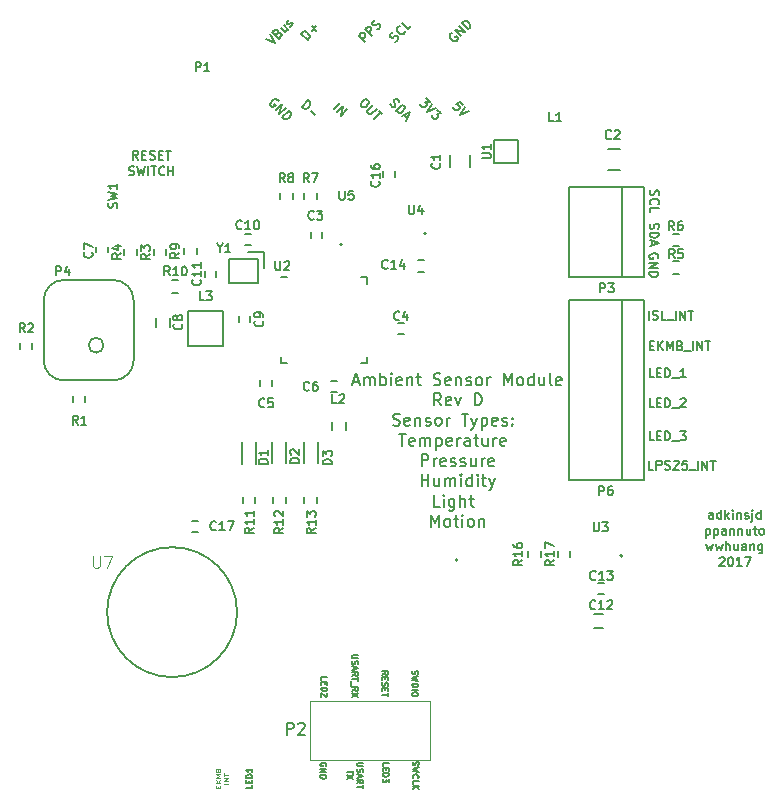
<source format=gbr>
G04 #@! TF.FileFunction,Legend,Top*
%FSLAX46Y46*%
G04 Gerber Fmt 4.6, Leading zero omitted, Abs format (unit mm)*
G04 Created by KiCad (PCBNEW (2016-07-14 BZR 6979)-product) date Monday, September 04, 2017 'PMt' 06:56:33 PM*
%MOMM*%
%LPD*%
G01*
G04 APERTURE LIST*
%ADD10C,0.100000*%
%ADD11C,0.190500*%
%ADD12C,0.200000*%
%ADD13C,0.127000*%
%ADD14C,0.095250*%
%ADD15C,0.150000*%
%ADD16C,0.120000*%
%ADD17C,0.121920*%
G04 APERTURE END LIST*
D10*
D11*
X134812434Y-76564302D02*
X134555855Y-76307724D01*
X134273618Y-76538645D01*
X134324934Y-76538645D01*
X134401908Y-76564302D01*
X134530197Y-76692592D01*
X134555855Y-76769565D01*
X134555855Y-76820881D01*
X134530197Y-76897855D01*
X134401908Y-77026144D01*
X134324934Y-77051802D01*
X134273618Y-77051802D01*
X134196645Y-77026144D01*
X134068355Y-76897855D01*
X134042697Y-76820881D01*
X134042697Y-76769565D01*
X134992039Y-76743908D02*
X134632828Y-77462328D01*
X135351249Y-77103118D01*
X131707960Y-75999829D02*
X132041513Y-76333382D01*
X131656645Y-76359039D01*
X131733618Y-76436013D01*
X131759276Y-76512987D01*
X131759276Y-76564302D01*
X131733618Y-76641276D01*
X131605329Y-76769565D01*
X131528355Y-76795223D01*
X131477039Y-76795223D01*
X131400066Y-76769565D01*
X131246119Y-76615618D01*
X131220461Y-76538645D01*
X131220461Y-76487329D01*
X132195460Y-76487329D02*
X131836250Y-77205749D01*
X132554670Y-76846539D01*
X132682960Y-76974828D02*
X133016512Y-77308381D01*
X132631644Y-77334039D01*
X132708617Y-77411012D01*
X132734275Y-77487986D01*
X132734275Y-77539302D01*
X132708617Y-77616275D01*
X132580328Y-77744565D01*
X132503354Y-77770223D01*
X132452039Y-77770223D01*
X132375065Y-77744565D01*
X132221118Y-77590617D01*
X132195460Y-77513644D01*
X132195460Y-77462328D01*
X128667632Y-76525816D02*
X128718948Y-76628447D01*
X128847237Y-76756737D01*
X128924211Y-76782394D01*
X128975526Y-76782394D01*
X129052500Y-76756737D01*
X129103816Y-76705421D01*
X129129474Y-76628447D01*
X129129474Y-76577131D01*
X129103816Y-76500158D01*
X129026842Y-76371868D01*
X129001184Y-76294895D01*
X129001184Y-76243579D01*
X129026842Y-76166605D01*
X129078158Y-76115290D01*
X129155131Y-76089632D01*
X129206447Y-76089632D01*
X129283421Y-76115290D01*
X129411710Y-76243579D01*
X129463026Y-76346211D01*
X129180789Y-77090289D02*
X129719605Y-76551474D01*
X129847894Y-76679763D01*
X129899210Y-76782394D01*
X129899210Y-76885026D01*
X129873552Y-76962000D01*
X129796578Y-77090289D01*
X129719605Y-77167262D01*
X129591315Y-77244236D01*
X129514342Y-77269894D01*
X129411710Y-77269894D01*
X129309079Y-77218578D01*
X129180789Y-77090289D01*
X129847894Y-77449499D02*
X130104473Y-77706078D01*
X129642631Y-77552131D02*
X130361051Y-77192920D01*
X130001841Y-77911341D01*
X126756250Y-76128119D02*
X126858881Y-76230750D01*
X126884539Y-76307724D01*
X126884539Y-76410355D01*
X126807565Y-76538645D01*
X126627960Y-76718250D01*
X126499671Y-76795223D01*
X126397039Y-76795223D01*
X126320066Y-76769565D01*
X126217434Y-76666934D01*
X126191776Y-76589960D01*
X126191776Y-76487329D01*
X126268750Y-76359039D01*
X126448355Y-76179434D01*
X126576645Y-76102461D01*
X126679276Y-76102461D01*
X126756250Y-76128119D01*
X127218091Y-76589960D02*
X126781908Y-77026144D01*
X126756250Y-77103118D01*
X126756250Y-77154434D01*
X126781908Y-77231407D01*
X126884539Y-77334039D01*
X126961513Y-77359697D01*
X127012828Y-77359697D01*
X127089802Y-77334039D01*
X127525986Y-76897855D01*
X127705591Y-77077460D02*
X128013486Y-77385354D01*
X127320723Y-77770223D02*
X127859538Y-77231407D01*
X123934013Y-76923513D02*
X124472828Y-76384697D01*
X124190592Y-77180091D02*
X124729407Y-76641276D01*
X124498486Y-77487986D01*
X125037302Y-76949171D01*
X121201579Y-76731079D02*
X121740394Y-76192263D01*
X121868684Y-76320553D01*
X121920000Y-76423184D01*
X121920000Y-76525816D01*
X121894342Y-76602789D01*
X121817368Y-76731079D01*
X121740394Y-76808052D01*
X121612105Y-76885026D01*
X121535131Y-76910684D01*
X121432500Y-76910684D01*
X121329868Y-76859368D01*
X121201579Y-76731079D01*
X121945657Y-77064631D02*
X122356183Y-77475157D01*
X119238881Y-76282066D02*
X119213223Y-76205092D01*
X119136250Y-76128119D01*
X119033618Y-76076803D01*
X118930987Y-76076803D01*
X118854013Y-76102461D01*
X118725724Y-76179434D01*
X118648750Y-76256408D01*
X118571776Y-76384697D01*
X118546119Y-76461671D01*
X118546119Y-76564302D01*
X118597434Y-76666934D01*
X118648750Y-76718250D01*
X118751382Y-76769565D01*
X118802697Y-76769565D01*
X118982302Y-76589960D01*
X118879671Y-76487329D01*
X118982302Y-77051802D02*
X119521118Y-76512987D01*
X119290197Y-77359697D01*
X119829012Y-76820881D01*
X119546776Y-77616275D02*
X120085591Y-77077460D01*
X120213880Y-77205749D01*
X120265196Y-77308381D01*
X120265196Y-77411012D01*
X120239538Y-77487986D01*
X120162565Y-77616275D01*
X120085591Y-77693249D01*
X119957302Y-77770223D01*
X119880328Y-77795880D01*
X119777697Y-77795880D01*
X119675065Y-77744565D01*
X119546776Y-77616275D01*
X118174079Y-70973788D02*
X118892500Y-71332999D01*
X118533290Y-70614578D01*
X119149079Y-70511947D02*
X119251710Y-70460631D01*
X119303026Y-70460631D01*
X119380000Y-70486289D01*
X119456973Y-70563262D01*
X119482631Y-70640236D01*
X119482631Y-70691552D01*
X119456973Y-70768525D01*
X119251710Y-70973788D01*
X118712895Y-70434973D01*
X118892500Y-70255368D01*
X118969474Y-70229710D01*
X119020789Y-70229710D01*
X119097763Y-70255368D01*
X119149079Y-70306684D01*
X119174737Y-70383657D01*
X119174737Y-70434973D01*
X119149079Y-70511947D01*
X118969474Y-70691552D01*
X119662236Y-69844842D02*
X120021446Y-70204052D01*
X119431315Y-70075763D02*
X119713552Y-70358000D01*
X119790525Y-70383657D01*
X119867499Y-70358000D01*
X119944473Y-70281026D01*
X119970131Y-70204052D01*
X119970131Y-70152737D01*
X120226709Y-69947474D02*
X120303683Y-69921816D01*
X120406314Y-69819184D01*
X120431972Y-69742211D01*
X120406314Y-69665237D01*
X120380657Y-69639579D01*
X120303683Y-69613921D01*
X120226709Y-69639579D01*
X120149736Y-69716553D01*
X120072762Y-69742211D01*
X119995788Y-69716553D01*
X119970131Y-69690895D01*
X119944473Y-69613921D01*
X119970131Y-69536948D01*
X120047104Y-69459974D01*
X120124078Y-69434316D01*
X121689079Y-71076420D02*
X121150263Y-70537605D01*
X121278553Y-70409315D01*
X121381184Y-70358000D01*
X121483816Y-70358000D01*
X121560789Y-70383657D01*
X121689079Y-70460631D01*
X121766052Y-70537605D01*
X121843026Y-70665894D01*
X121868684Y-70742868D01*
X121868684Y-70845499D01*
X121817368Y-70948131D01*
X121689079Y-71076420D01*
X122022631Y-70332342D02*
X122433157Y-69921816D01*
X122433157Y-70332342D02*
X122022631Y-69921816D01*
X126576645Y-71268854D02*
X126037829Y-70730039D01*
X126243092Y-70524776D01*
X126320066Y-70499118D01*
X126371382Y-70499118D01*
X126448355Y-70524776D01*
X126525329Y-70601749D01*
X126550987Y-70678723D01*
X126550987Y-70730039D01*
X126525329Y-70807012D01*
X126320066Y-71012275D01*
X127115460Y-70730039D02*
X126576645Y-70191223D01*
X126781908Y-69985960D01*
X126858881Y-69960302D01*
X126910197Y-69960302D01*
X126987171Y-69985960D01*
X127064144Y-70062934D01*
X127089802Y-70139908D01*
X127089802Y-70191223D01*
X127064144Y-70268197D01*
X126858881Y-70473460D01*
X127602960Y-70191223D02*
X127705591Y-70139908D01*
X127833880Y-70011618D01*
X127859538Y-69934645D01*
X127859538Y-69883329D01*
X127833880Y-69806355D01*
X127782565Y-69755039D01*
X127705591Y-69729382D01*
X127654275Y-69729382D01*
X127577302Y-69755039D01*
X127449012Y-69832013D01*
X127372039Y-69857671D01*
X127320723Y-69857671D01*
X127243749Y-69832013D01*
X127192434Y-69780697D01*
X127166776Y-69703724D01*
X127166776Y-69652408D01*
X127192434Y-69575434D01*
X127320723Y-69447145D01*
X127423354Y-69395829D01*
X129116645Y-71217538D02*
X129219276Y-71166223D01*
X129347565Y-71037933D01*
X129373223Y-70960960D01*
X129373223Y-70909644D01*
X129347565Y-70832670D01*
X129296250Y-70781354D01*
X129219276Y-70755697D01*
X129167960Y-70755697D01*
X129090987Y-70781354D01*
X128962697Y-70858328D01*
X128885724Y-70883986D01*
X128834408Y-70883986D01*
X128757434Y-70858328D01*
X128706119Y-70807012D01*
X128680461Y-70730039D01*
X128680461Y-70678723D01*
X128706119Y-70601749D01*
X128834408Y-70473460D01*
X128937039Y-70422144D01*
X129937697Y-70345171D02*
X129937697Y-70396486D01*
X129886381Y-70499118D01*
X129835065Y-70550434D01*
X129732434Y-70601749D01*
X129629802Y-70601749D01*
X129552828Y-70576091D01*
X129424539Y-70499118D01*
X129347565Y-70422144D01*
X129270592Y-70293855D01*
X129244934Y-70216881D01*
X129244934Y-70114250D01*
X129296250Y-70011618D01*
X129347565Y-69960302D01*
X129450197Y-69908987D01*
X129501513Y-69908987D01*
X130476512Y-69908987D02*
X130219933Y-70165565D01*
X129681118Y-69626750D01*
X133940066Y-70499118D02*
X133863092Y-70524776D01*
X133786119Y-70601749D01*
X133734803Y-70704381D01*
X133734803Y-70807012D01*
X133760461Y-70883986D01*
X133837434Y-71012275D01*
X133914408Y-71089249D01*
X134042697Y-71166223D01*
X134119671Y-71191880D01*
X134222302Y-71191880D01*
X134324934Y-71140565D01*
X134376250Y-71089249D01*
X134427565Y-70986617D01*
X134427565Y-70935302D01*
X134247960Y-70755697D01*
X134145329Y-70858328D01*
X134709802Y-70755697D02*
X134170987Y-70216881D01*
X135017697Y-70447802D01*
X134478881Y-69908987D01*
X135274275Y-70191223D02*
X134735460Y-69652408D01*
X134863749Y-69524119D01*
X134966381Y-69472803D01*
X135069012Y-69472803D01*
X135145986Y-69498461D01*
X135274275Y-69575434D01*
X135351249Y-69652408D01*
X135428223Y-69780697D01*
X135453880Y-69857671D01*
X135453880Y-69960302D01*
X135402565Y-70062934D01*
X135274275Y-70191223D01*
X151003000Y-104992714D02*
X150640142Y-104992714D01*
X150640142Y-104230714D01*
X151257000Y-104593571D02*
X151511000Y-104593571D01*
X151619857Y-104992714D02*
X151257000Y-104992714D01*
X151257000Y-104230714D01*
X151619857Y-104230714D01*
X151946428Y-104992714D02*
X151946428Y-104230714D01*
X152127857Y-104230714D01*
X152236714Y-104267000D01*
X152309285Y-104339571D01*
X152345571Y-104412142D01*
X152381857Y-104557285D01*
X152381857Y-104666142D01*
X152345571Y-104811285D01*
X152309285Y-104883857D01*
X152236714Y-104956428D01*
X152127857Y-104992714D01*
X151946428Y-104992714D01*
X152527000Y-105065285D02*
X153107571Y-105065285D01*
X153216428Y-104230714D02*
X153688142Y-104230714D01*
X153434142Y-104521000D01*
X153543000Y-104521000D01*
X153615571Y-104557285D01*
X153651857Y-104593571D01*
X153688142Y-104666142D01*
X153688142Y-104847571D01*
X153651857Y-104920142D01*
X153615571Y-104956428D01*
X153543000Y-104992714D01*
X153325285Y-104992714D01*
X153252714Y-104956428D01*
X153216428Y-104920142D01*
X151003000Y-102198714D02*
X150640142Y-102198714D01*
X150640142Y-101436714D01*
X151257000Y-101799571D02*
X151511000Y-101799571D01*
X151619857Y-102198714D02*
X151257000Y-102198714D01*
X151257000Y-101436714D01*
X151619857Y-101436714D01*
X151946428Y-102198714D02*
X151946428Y-101436714D01*
X152127857Y-101436714D01*
X152236714Y-101473000D01*
X152309285Y-101545571D01*
X152345571Y-101618142D01*
X152381857Y-101763285D01*
X152381857Y-101872142D01*
X152345571Y-102017285D01*
X152309285Y-102089857D01*
X152236714Y-102162428D01*
X152127857Y-102198714D01*
X151946428Y-102198714D01*
X152527000Y-102271285D02*
X153107571Y-102271285D01*
X153252714Y-101509285D02*
X153289000Y-101473000D01*
X153361571Y-101436714D01*
X153543000Y-101436714D01*
X153615571Y-101473000D01*
X153651857Y-101509285D01*
X153688142Y-101581857D01*
X153688142Y-101654428D01*
X153651857Y-101763285D01*
X153216428Y-102198714D01*
X153688142Y-102198714D01*
X151003000Y-99658714D02*
X150640142Y-99658714D01*
X150640142Y-98896714D01*
X151257000Y-99259571D02*
X151511000Y-99259571D01*
X151619857Y-99658714D02*
X151257000Y-99658714D01*
X151257000Y-98896714D01*
X151619857Y-98896714D01*
X151946428Y-99658714D02*
X151946428Y-98896714D01*
X152127857Y-98896714D01*
X152236714Y-98933000D01*
X152309285Y-99005571D01*
X152345571Y-99078142D01*
X152381857Y-99223285D01*
X152381857Y-99332142D01*
X152345571Y-99477285D01*
X152309285Y-99549857D01*
X152236714Y-99622428D01*
X152127857Y-99658714D01*
X151946428Y-99658714D01*
X152527000Y-99731285D02*
X153107571Y-99731285D01*
X153688142Y-99658714D02*
X153252714Y-99658714D01*
X153470428Y-99658714D02*
X153470428Y-98896714D01*
X153397857Y-99005571D01*
X153325285Y-99078142D01*
X153252714Y-99114428D01*
X125586066Y-100016733D02*
X126069876Y-100016733D01*
X125489304Y-100307019D02*
X125827971Y-99291019D01*
X126166638Y-100307019D01*
X126505304Y-100307019D02*
X126505304Y-99629685D01*
X126505304Y-99726447D02*
X126553685Y-99678066D01*
X126650447Y-99629685D01*
X126795590Y-99629685D01*
X126892352Y-99678066D01*
X126940733Y-99774828D01*
X126940733Y-100307019D01*
X126940733Y-99774828D02*
X126989114Y-99678066D01*
X127085876Y-99629685D01*
X127231019Y-99629685D01*
X127327780Y-99678066D01*
X127376161Y-99774828D01*
X127376161Y-100307019D01*
X127859971Y-100307019D02*
X127859971Y-99291019D01*
X127859971Y-99678066D02*
X127956733Y-99629685D01*
X128150257Y-99629685D01*
X128247019Y-99678066D01*
X128295400Y-99726447D01*
X128343780Y-99823209D01*
X128343780Y-100113495D01*
X128295400Y-100210257D01*
X128247019Y-100258638D01*
X128150257Y-100307019D01*
X127956733Y-100307019D01*
X127859971Y-100258638D01*
X128779209Y-100307019D02*
X128779209Y-99629685D01*
X128779209Y-99291019D02*
X128730828Y-99339400D01*
X128779209Y-99387780D01*
X128827590Y-99339400D01*
X128779209Y-99291019D01*
X128779209Y-99387780D01*
X129650066Y-100258638D02*
X129553304Y-100307019D01*
X129359780Y-100307019D01*
X129263019Y-100258638D01*
X129214638Y-100161876D01*
X129214638Y-99774828D01*
X129263019Y-99678066D01*
X129359780Y-99629685D01*
X129553304Y-99629685D01*
X129650066Y-99678066D01*
X129698447Y-99774828D01*
X129698447Y-99871590D01*
X129214638Y-99968352D01*
X130133876Y-99629685D02*
X130133876Y-100307019D01*
X130133876Y-99726447D02*
X130182257Y-99678066D01*
X130279019Y-99629685D01*
X130424161Y-99629685D01*
X130520923Y-99678066D01*
X130569304Y-99774828D01*
X130569304Y-100307019D01*
X130907971Y-99629685D02*
X131295019Y-99629685D01*
X131053114Y-99291019D02*
X131053114Y-100161876D01*
X131101495Y-100258638D01*
X131198257Y-100307019D01*
X131295019Y-100307019D01*
X132359400Y-100258638D02*
X132504542Y-100307019D01*
X132746447Y-100307019D01*
X132843209Y-100258638D01*
X132891590Y-100210257D01*
X132939971Y-100113495D01*
X132939971Y-100016733D01*
X132891590Y-99919971D01*
X132843209Y-99871590D01*
X132746447Y-99823209D01*
X132552923Y-99774828D01*
X132456161Y-99726447D01*
X132407780Y-99678066D01*
X132359400Y-99581304D01*
X132359400Y-99484542D01*
X132407780Y-99387780D01*
X132456161Y-99339400D01*
X132552923Y-99291019D01*
X132794828Y-99291019D01*
X132939971Y-99339400D01*
X133762447Y-100258638D02*
X133665685Y-100307019D01*
X133472161Y-100307019D01*
X133375400Y-100258638D01*
X133327019Y-100161876D01*
X133327019Y-99774828D01*
X133375400Y-99678066D01*
X133472161Y-99629685D01*
X133665685Y-99629685D01*
X133762447Y-99678066D01*
X133810828Y-99774828D01*
X133810828Y-99871590D01*
X133327019Y-99968352D01*
X134246257Y-99629685D02*
X134246257Y-100307019D01*
X134246257Y-99726447D02*
X134294638Y-99678066D01*
X134391400Y-99629685D01*
X134536542Y-99629685D01*
X134633304Y-99678066D01*
X134681685Y-99774828D01*
X134681685Y-100307019D01*
X135117114Y-100258638D02*
X135213876Y-100307019D01*
X135407400Y-100307019D01*
X135504161Y-100258638D01*
X135552542Y-100161876D01*
X135552542Y-100113495D01*
X135504161Y-100016733D01*
X135407400Y-99968352D01*
X135262257Y-99968352D01*
X135165495Y-99919971D01*
X135117114Y-99823209D01*
X135117114Y-99774828D01*
X135165495Y-99678066D01*
X135262257Y-99629685D01*
X135407400Y-99629685D01*
X135504161Y-99678066D01*
X136133114Y-100307019D02*
X136036352Y-100258638D01*
X135987971Y-100210257D01*
X135939590Y-100113495D01*
X135939590Y-99823209D01*
X135987971Y-99726447D01*
X136036352Y-99678066D01*
X136133114Y-99629685D01*
X136278257Y-99629685D01*
X136375019Y-99678066D01*
X136423400Y-99726447D01*
X136471780Y-99823209D01*
X136471780Y-100113495D01*
X136423400Y-100210257D01*
X136375019Y-100258638D01*
X136278257Y-100307019D01*
X136133114Y-100307019D01*
X136907209Y-100307019D02*
X136907209Y-99629685D01*
X136907209Y-99823209D02*
X136955590Y-99726447D01*
X137003971Y-99678066D01*
X137100733Y-99629685D01*
X137197495Y-99629685D01*
X138310257Y-100307019D02*
X138310257Y-99291019D01*
X138648923Y-100016733D01*
X138987590Y-99291019D01*
X138987590Y-100307019D01*
X139616542Y-100307019D02*
X139519780Y-100258638D01*
X139471400Y-100210257D01*
X139423019Y-100113495D01*
X139423019Y-99823209D01*
X139471400Y-99726447D01*
X139519780Y-99678066D01*
X139616542Y-99629685D01*
X139761685Y-99629685D01*
X139858447Y-99678066D01*
X139906828Y-99726447D01*
X139955209Y-99823209D01*
X139955209Y-100113495D01*
X139906828Y-100210257D01*
X139858447Y-100258638D01*
X139761685Y-100307019D01*
X139616542Y-100307019D01*
X140826066Y-100307019D02*
X140826066Y-99291019D01*
X140826066Y-100258638D02*
X140729304Y-100307019D01*
X140535780Y-100307019D01*
X140439019Y-100258638D01*
X140390638Y-100210257D01*
X140342257Y-100113495D01*
X140342257Y-99823209D01*
X140390638Y-99726447D01*
X140439019Y-99678066D01*
X140535780Y-99629685D01*
X140729304Y-99629685D01*
X140826066Y-99678066D01*
X141745304Y-99629685D02*
X141745304Y-100307019D01*
X141309876Y-99629685D02*
X141309876Y-100161876D01*
X141358257Y-100258638D01*
X141455019Y-100307019D01*
X141600161Y-100307019D01*
X141696923Y-100258638D01*
X141745304Y-100210257D01*
X142374257Y-100307019D02*
X142277495Y-100258638D01*
X142229114Y-100161876D01*
X142229114Y-99291019D01*
X143148352Y-100258638D02*
X143051590Y-100307019D01*
X142858066Y-100307019D01*
X142761304Y-100258638D01*
X142712923Y-100161876D01*
X142712923Y-99774828D01*
X142761304Y-99678066D01*
X142858066Y-99629685D01*
X143051590Y-99629685D01*
X143148352Y-99678066D01*
X143196733Y-99774828D01*
X143196733Y-99871590D01*
X142712923Y-99968352D01*
X132988352Y-102021519D02*
X132649685Y-101537709D01*
X132407780Y-102021519D02*
X132407780Y-101005519D01*
X132794828Y-101005519D01*
X132891590Y-101053900D01*
X132939971Y-101102280D01*
X132988352Y-101199042D01*
X132988352Y-101344185D01*
X132939971Y-101440947D01*
X132891590Y-101489328D01*
X132794828Y-101537709D01*
X132407780Y-101537709D01*
X133810828Y-101973138D02*
X133714066Y-102021519D01*
X133520542Y-102021519D01*
X133423780Y-101973138D01*
X133375400Y-101876376D01*
X133375400Y-101489328D01*
X133423780Y-101392566D01*
X133520542Y-101344185D01*
X133714066Y-101344185D01*
X133810828Y-101392566D01*
X133859209Y-101489328D01*
X133859209Y-101586090D01*
X133375400Y-101682852D01*
X134197876Y-101344185D02*
X134439780Y-102021519D01*
X134681685Y-101344185D01*
X135842828Y-102021519D02*
X135842828Y-101005519D01*
X136084733Y-101005519D01*
X136229876Y-101053900D01*
X136326638Y-101150661D01*
X136375019Y-101247423D01*
X136423400Y-101440947D01*
X136423400Y-101586090D01*
X136375019Y-101779614D01*
X136326638Y-101876376D01*
X136229876Y-101973138D01*
X136084733Y-102021519D01*
X135842828Y-102021519D01*
X128924352Y-103687638D02*
X129069495Y-103736019D01*
X129311400Y-103736019D01*
X129408161Y-103687638D01*
X129456542Y-103639257D01*
X129504923Y-103542495D01*
X129504923Y-103445733D01*
X129456542Y-103348971D01*
X129408161Y-103300590D01*
X129311400Y-103252209D01*
X129117876Y-103203828D01*
X129021114Y-103155447D01*
X128972733Y-103107066D01*
X128924352Y-103010304D01*
X128924352Y-102913542D01*
X128972733Y-102816780D01*
X129021114Y-102768400D01*
X129117876Y-102720019D01*
X129359780Y-102720019D01*
X129504923Y-102768400D01*
X130327400Y-103687638D02*
X130230638Y-103736019D01*
X130037114Y-103736019D01*
X129940352Y-103687638D01*
X129891971Y-103590876D01*
X129891971Y-103203828D01*
X129940352Y-103107066D01*
X130037114Y-103058685D01*
X130230638Y-103058685D01*
X130327400Y-103107066D01*
X130375780Y-103203828D01*
X130375780Y-103300590D01*
X129891971Y-103397352D01*
X130811209Y-103058685D02*
X130811209Y-103736019D01*
X130811209Y-103155447D02*
X130859590Y-103107066D01*
X130956352Y-103058685D01*
X131101495Y-103058685D01*
X131198257Y-103107066D01*
X131246638Y-103203828D01*
X131246638Y-103736019D01*
X131682066Y-103687638D02*
X131778828Y-103736019D01*
X131972352Y-103736019D01*
X132069114Y-103687638D01*
X132117495Y-103590876D01*
X132117495Y-103542495D01*
X132069114Y-103445733D01*
X131972352Y-103397352D01*
X131827209Y-103397352D01*
X131730447Y-103348971D01*
X131682066Y-103252209D01*
X131682066Y-103203828D01*
X131730447Y-103107066D01*
X131827209Y-103058685D01*
X131972352Y-103058685D01*
X132069114Y-103107066D01*
X132698066Y-103736019D02*
X132601304Y-103687638D01*
X132552923Y-103639257D01*
X132504542Y-103542495D01*
X132504542Y-103252209D01*
X132552923Y-103155447D01*
X132601304Y-103107066D01*
X132698066Y-103058685D01*
X132843209Y-103058685D01*
X132939971Y-103107066D01*
X132988352Y-103155447D01*
X133036733Y-103252209D01*
X133036733Y-103542495D01*
X132988352Y-103639257D01*
X132939971Y-103687638D01*
X132843209Y-103736019D01*
X132698066Y-103736019D01*
X133472161Y-103736019D02*
X133472161Y-103058685D01*
X133472161Y-103252209D02*
X133520542Y-103155447D01*
X133568923Y-103107066D01*
X133665685Y-103058685D01*
X133762447Y-103058685D01*
X134730066Y-102720019D02*
X135310638Y-102720019D01*
X135020352Y-103736019D02*
X135020352Y-102720019D01*
X135552542Y-103058685D02*
X135794447Y-103736019D01*
X136036352Y-103058685D02*
X135794447Y-103736019D01*
X135697685Y-103977923D01*
X135649304Y-104026304D01*
X135552542Y-104074685D01*
X136423400Y-103058685D02*
X136423400Y-104074685D01*
X136423400Y-103107066D02*
X136520161Y-103058685D01*
X136713685Y-103058685D01*
X136810447Y-103107066D01*
X136858828Y-103155447D01*
X136907209Y-103252209D01*
X136907209Y-103542495D01*
X136858828Y-103639257D01*
X136810447Y-103687638D01*
X136713685Y-103736019D01*
X136520161Y-103736019D01*
X136423400Y-103687638D01*
X137729685Y-103687638D02*
X137632923Y-103736019D01*
X137439400Y-103736019D01*
X137342638Y-103687638D01*
X137294257Y-103590876D01*
X137294257Y-103203828D01*
X137342638Y-103107066D01*
X137439400Y-103058685D01*
X137632923Y-103058685D01*
X137729685Y-103107066D01*
X137778066Y-103203828D01*
X137778066Y-103300590D01*
X137294257Y-103397352D01*
X138165114Y-103687638D02*
X138261876Y-103736019D01*
X138455400Y-103736019D01*
X138552161Y-103687638D01*
X138600542Y-103590876D01*
X138600542Y-103542495D01*
X138552161Y-103445733D01*
X138455400Y-103397352D01*
X138310257Y-103397352D01*
X138213495Y-103348971D01*
X138165114Y-103252209D01*
X138165114Y-103203828D01*
X138213495Y-103107066D01*
X138310257Y-103058685D01*
X138455400Y-103058685D01*
X138552161Y-103107066D01*
X139035971Y-103639257D02*
X139084352Y-103687638D01*
X139035971Y-103736019D01*
X138987590Y-103687638D01*
X139035971Y-103639257D01*
X139035971Y-103736019D01*
X139035971Y-103107066D02*
X139084352Y-103155447D01*
X139035971Y-103203828D01*
X138987590Y-103155447D01*
X139035971Y-103107066D01*
X139035971Y-103203828D01*
X129432352Y-104434519D02*
X130012923Y-104434519D01*
X129722638Y-105450519D02*
X129722638Y-104434519D01*
X130738638Y-105402138D02*
X130641876Y-105450519D01*
X130448352Y-105450519D01*
X130351590Y-105402138D01*
X130303209Y-105305376D01*
X130303209Y-104918328D01*
X130351590Y-104821566D01*
X130448352Y-104773185D01*
X130641876Y-104773185D01*
X130738638Y-104821566D01*
X130787019Y-104918328D01*
X130787019Y-105015090D01*
X130303209Y-105111852D01*
X131222447Y-105450519D02*
X131222447Y-104773185D01*
X131222447Y-104869947D02*
X131270828Y-104821566D01*
X131367590Y-104773185D01*
X131512733Y-104773185D01*
X131609495Y-104821566D01*
X131657876Y-104918328D01*
X131657876Y-105450519D01*
X131657876Y-104918328D02*
X131706257Y-104821566D01*
X131803019Y-104773185D01*
X131948161Y-104773185D01*
X132044923Y-104821566D01*
X132093304Y-104918328D01*
X132093304Y-105450519D01*
X132577114Y-104773185D02*
X132577114Y-105789185D01*
X132577114Y-104821566D02*
X132673876Y-104773185D01*
X132867400Y-104773185D01*
X132964161Y-104821566D01*
X133012542Y-104869947D01*
X133060923Y-104966709D01*
X133060923Y-105256995D01*
X133012542Y-105353757D01*
X132964161Y-105402138D01*
X132867400Y-105450519D01*
X132673876Y-105450519D01*
X132577114Y-105402138D01*
X133883400Y-105402138D02*
X133786638Y-105450519D01*
X133593114Y-105450519D01*
X133496352Y-105402138D01*
X133447971Y-105305376D01*
X133447971Y-104918328D01*
X133496352Y-104821566D01*
X133593114Y-104773185D01*
X133786638Y-104773185D01*
X133883400Y-104821566D01*
X133931780Y-104918328D01*
X133931780Y-105015090D01*
X133447971Y-105111852D01*
X134367209Y-105450519D02*
X134367209Y-104773185D01*
X134367209Y-104966709D02*
X134415590Y-104869947D01*
X134463971Y-104821566D01*
X134560733Y-104773185D01*
X134657495Y-104773185D01*
X135431590Y-105450519D02*
X135431590Y-104918328D01*
X135383209Y-104821566D01*
X135286447Y-104773185D01*
X135092923Y-104773185D01*
X134996161Y-104821566D01*
X135431590Y-105402138D02*
X135334828Y-105450519D01*
X135092923Y-105450519D01*
X134996161Y-105402138D01*
X134947780Y-105305376D01*
X134947780Y-105208614D01*
X134996161Y-105111852D01*
X135092923Y-105063471D01*
X135334828Y-105063471D01*
X135431590Y-105015090D01*
X135770257Y-104773185D02*
X136157304Y-104773185D01*
X135915400Y-104434519D02*
X135915400Y-105305376D01*
X135963780Y-105402138D01*
X136060542Y-105450519D01*
X136157304Y-105450519D01*
X136931400Y-104773185D02*
X136931400Y-105450519D01*
X136495971Y-104773185D02*
X136495971Y-105305376D01*
X136544352Y-105402138D01*
X136641114Y-105450519D01*
X136786257Y-105450519D01*
X136883019Y-105402138D01*
X136931400Y-105353757D01*
X137415209Y-105450519D02*
X137415209Y-104773185D01*
X137415209Y-104966709D02*
X137463590Y-104869947D01*
X137511971Y-104821566D01*
X137608733Y-104773185D01*
X137705495Y-104773185D01*
X138431209Y-105402138D02*
X138334447Y-105450519D01*
X138140923Y-105450519D01*
X138044161Y-105402138D01*
X137995780Y-105305376D01*
X137995780Y-104918328D01*
X138044161Y-104821566D01*
X138140923Y-104773185D01*
X138334447Y-104773185D01*
X138431209Y-104821566D01*
X138479590Y-104918328D01*
X138479590Y-105015090D01*
X137995780Y-105111852D01*
X131343400Y-107165019D02*
X131343400Y-106149019D01*
X131730447Y-106149019D01*
X131827209Y-106197400D01*
X131875590Y-106245780D01*
X131923971Y-106342542D01*
X131923971Y-106487685D01*
X131875590Y-106584447D01*
X131827209Y-106632828D01*
X131730447Y-106681209D01*
X131343400Y-106681209D01*
X132359400Y-107165019D02*
X132359400Y-106487685D01*
X132359400Y-106681209D02*
X132407780Y-106584447D01*
X132456161Y-106536066D01*
X132552923Y-106487685D01*
X132649685Y-106487685D01*
X133375400Y-107116638D02*
X133278638Y-107165019D01*
X133085114Y-107165019D01*
X132988352Y-107116638D01*
X132939971Y-107019876D01*
X132939971Y-106632828D01*
X132988352Y-106536066D01*
X133085114Y-106487685D01*
X133278638Y-106487685D01*
X133375400Y-106536066D01*
X133423780Y-106632828D01*
X133423780Y-106729590D01*
X132939971Y-106826352D01*
X133810828Y-107116638D02*
X133907590Y-107165019D01*
X134101114Y-107165019D01*
X134197876Y-107116638D01*
X134246257Y-107019876D01*
X134246257Y-106971495D01*
X134197876Y-106874733D01*
X134101114Y-106826352D01*
X133955971Y-106826352D01*
X133859209Y-106777971D01*
X133810828Y-106681209D01*
X133810828Y-106632828D01*
X133859209Y-106536066D01*
X133955971Y-106487685D01*
X134101114Y-106487685D01*
X134197876Y-106536066D01*
X134633304Y-107116638D02*
X134730066Y-107165019D01*
X134923590Y-107165019D01*
X135020352Y-107116638D01*
X135068733Y-107019876D01*
X135068733Y-106971495D01*
X135020352Y-106874733D01*
X134923590Y-106826352D01*
X134778447Y-106826352D01*
X134681685Y-106777971D01*
X134633304Y-106681209D01*
X134633304Y-106632828D01*
X134681685Y-106536066D01*
X134778447Y-106487685D01*
X134923590Y-106487685D01*
X135020352Y-106536066D01*
X135939590Y-106487685D02*
X135939590Y-107165019D01*
X135504161Y-106487685D02*
X135504161Y-107019876D01*
X135552542Y-107116638D01*
X135649304Y-107165019D01*
X135794447Y-107165019D01*
X135891209Y-107116638D01*
X135939590Y-107068257D01*
X136423400Y-107165019D02*
X136423400Y-106487685D01*
X136423400Y-106681209D02*
X136471780Y-106584447D01*
X136520161Y-106536066D01*
X136616923Y-106487685D01*
X136713685Y-106487685D01*
X137439400Y-107116638D02*
X137342638Y-107165019D01*
X137149114Y-107165019D01*
X137052352Y-107116638D01*
X137003971Y-107019876D01*
X137003971Y-106632828D01*
X137052352Y-106536066D01*
X137149114Y-106487685D01*
X137342638Y-106487685D01*
X137439400Y-106536066D01*
X137487780Y-106632828D01*
X137487780Y-106729590D01*
X137003971Y-106826352D01*
X131343400Y-108879519D02*
X131343400Y-107863519D01*
X131343400Y-108347328D02*
X131923971Y-108347328D01*
X131923971Y-108879519D02*
X131923971Y-107863519D01*
X132843209Y-108202185D02*
X132843209Y-108879519D01*
X132407780Y-108202185D02*
X132407780Y-108734376D01*
X132456161Y-108831138D01*
X132552923Y-108879519D01*
X132698066Y-108879519D01*
X132794828Y-108831138D01*
X132843209Y-108782757D01*
X133327019Y-108879519D02*
X133327019Y-108202185D01*
X133327019Y-108298947D02*
X133375400Y-108250566D01*
X133472161Y-108202185D01*
X133617304Y-108202185D01*
X133714066Y-108250566D01*
X133762447Y-108347328D01*
X133762447Y-108879519D01*
X133762447Y-108347328D02*
X133810828Y-108250566D01*
X133907590Y-108202185D01*
X134052733Y-108202185D01*
X134149495Y-108250566D01*
X134197876Y-108347328D01*
X134197876Y-108879519D01*
X134681685Y-108879519D02*
X134681685Y-108202185D01*
X134681685Y-107863519D02*
X134633304Y-107911900D01*
X134681685Y-107960280D01*
X134730066Y-107911900D01*
X134681685Y-107863519D01*
X134681685Y-107960280D01*
X135600923Y-108879519D02*
X135600923Y-107863519D01*
X135600923Y-108831138D02*
X135504161Y-108879519D01*
X135310638Y-108879519D01*
X135213876Y-108831138D01*
X135165495Y-108782757D01*
X135117114Y-108685995D01*
X135117114Y-108395709D01*
X135165495Y-108298947D01*
X135213876Y-108250566D01*
X135310638Y-108202185D01*
X135504161Y-108202185D01*
X135600923Y-108250566D01*
X136084733Y-108879519D02*
X136084733Y-108202185D01*
X136084733Y-107863519D02*
X136036352Y-107911900D01*
X136084733Y-107960280D01*
X136133114Y-107911900D01*
X136084733Y-107863519D01*
X136084733Y-107960280D01*
X136423400Y-108202185D02*
X136810447Y-108202185D01*
X136568542Y-107863519D02*
X136568542Y-108734376D01*
X136616923Y-108831138D01*
X136713685Y-108879519D01*
X136810447Y-108879519D01*
X137052352Y-108202185D02*
X137294257Y-108879519D01*
X137536161Y-108202185D02*
X137294257Y-108879519D01*
X137197495Y-109121423D01*
X137149114Y-109169804D01*
X137052352Y-109218185D01*
X132867400Y-110594019D02*
X132383590Y-110594019D01*
X132383590Y-109578019D01*
X133206066Y-110594019D02*
X133206066Y-109916685D01*
X133206066Y-109578019D02*
X133157685Y-109626400D01*
X133206066Y-109674780D01*
X133254447Y-109626400D01*
X133206066Y-109578019D01*
X133206066Y-109674780D01*
X134125304Y-109916685D02*
X134125304Y-110739161D01*
X134076923Y-110835923D01*
X134028542Y-110884304D01*
X133931780Y-110932685D01*
X133786638Y-110932685D01*
X133689876Y-110884304D01*
X134125304Y-110545638D02*
X134028542Y-110594019D01*
X133835019Y-110594019D01*
X133738257Y-110545638D01*
X133689876Y-110497257D01*
X133641495Y-110400495D01*
X133641495Y-110110209D01*
X133689876Y-110013447D01*
X133738257Y-109965066D01*
X133835019Y-109916685D01*
X134028542Y-109916685D01*
X134125304Y-109965066D01*
X134609114Y-110594019D02*
X134609114Y-109578019D01*
X135044542Y-110594019D02*
X135044542Y-110061828D01*
X134996161Y-109965066D01*
X134899400Y-109916685D01*
X134754257Y-109916685D01*
X134657495Y-109965066D01*
X134609114Y-110013447D01*
X135383209Y-109916685D02*
X135770257Y-109916685D01*
X135528352Y-109578019D02*
X135528352Y-110448876D01*
X135576733Y-110545638D01*
X135673495Y-110594019D01*
X135770257Y-110594019D01*
X132141685Y-112308519D02*
X132141685Y-111292519D01*
X132480352Y-112018233D01*
X132819019Y-111292519D01*
X132819019Y-112308519D01*
X133447971Y-112308519D02*
X133351209Y-112260138D01*
X133302828Y-112211757D01*
X133254447Y-112114995D01*
X133254447Y-111824709D01*
X133302828Y-111727947D01*
X133351209Y-111679566D01*
X133447971Y-111631185D01*
X133593114Y-111631185D01*
X133689876Y-111679566D01*
X133738257Y-111727947D01*
X133786638Y-111824709D01*
X133786638Y-112114995D01*
X133738257Y-112211757D01*
X133689876Y-112260138D01*
X133593114Y-112308519D01*
X133447971Y-112308519D01*
X134076923Y-111631185D02*
X134463971Y-111631185D01*
X134222066Y-111292519D02*
X134222066Y-112163376D01*
X134270447Y-112260138D01*
X134367209Y-112308519D01*
X134463971Y-112308519D01*
X134802638Y-112308519D02*
X134802638Y-111631185D01*
X134802638Y-111292519D02*
X134754257Y-111340900D01*
X134802638Y-111389280D01*
X134851019Y-111340900D01*
X134802638Y-111292519D01*
X134802638Y-111389280D01*
X135431590Y-112308519D02*
X135334828Y-112260138D01*
X135286447Y-112211757D01*
X135238066Y-112114995D01*
X135238066Y-111824709D01*
X135286447Y-111727947D01*
X135334828Y-111679566D01*
X135431590Y-111631185D01*
X135576733Y-111631185D01*
X135673495Y-111679566D01*
X135721876Y-111727947D01*
X135770257Y-111824709D01*
X135770257Y-112114995D01*
X135721876Y-112211757D01*
X135673495Y-112260138D01*
X135576733Y-112308519D01*
X135431590Y-112308519D01*
X136205685Y-111631185D02*
X136205685Y-112308519D01*
X136205685Y-111727947D02*
X136254066Y-111679566D01*
X136350828Y-111631185D01*
X136495971Y-111631185D01*
X136592733Y-111679566D01*
X136641114Y-111776328D01*
X136641114Y-112308519D01*
D12*
X134366000Y-115112800D02*
G75*
G03X134366000Y-115112800I-91581J0D01*
G01*
D13*
X123266200Y-132556552D02*
X123290390Y-132508171D01*
X123290390Y-132435600D01*
X123266200Y-132363028D01*
X123217819Y-132314647D01*
X123169438Y-132290457D01*
X123072676Y-132266266D01*
X123000104Y-132266266D01*
X122903342Y-132290457D01*
X122854961Y-132314647D01*
X122806580Y-132363028D01*
X122782390Y-132435600D01*
X122782390Y-132483980D01*
X122806580Y-132556552D01*
X122830771Y-132580742D01*
X123000104Y-132580742D01*
X123000104Y-132483980D01*
X122782390Y-132798457D02*
X123290390Y-132798457D01*
X122782390Y-133088742D01*
X123290390Y-133088742D01*
X122782390Y-133330647D02*
X123290390Y-133330647D01*
X123290390Y-133451600D01*
X123266200Y-133524171D01*
X123217819Y-133572552D01*
X123169438Y-133596742D01*
X123072676Y-133620933D01*
X123000104Y-133620933D01*
X122903342Y-133596742D01*
X122854961Y-133572552D01*
X122806580Y-133524171D01*
X122782390Y-133451600D01*
X122782390Y-133330647D01*
X130604380Y-132200952D02*
X130580190Y-132273523D01*
X130580190Y-132394476D01*
X130604380Y-132442857D01*
X130628571Y-132467047D01*
X130676952Y-132491238D01*
X130725333Y-132491238D01*
X130773714Y-132467047D01*
X130797904Y-132442857D01*
X130822095Y-132394476D01*
X130846285Y-132297714D01*
X130870476Y-132249333D01*
X130894666Y-132225142D01*
X130943047Y-132200952D01*
X130991428Y-132200952D01*
X131039809Y-132225142D01*
X131064000Y-132249333D01*
X131088190Y-132297714D01*
X131088190Y-132418666D01*
X131064000Y-132491238D01*
X131088190Y-132660571D02*
X130580190Y-132781523D01*
X130943047Y-132878285D01*
X130580190Y-132975047D01*
X131088190Y-133096000D01*
X130628571Y-133579809D02*
X130604380Y-133555619D01*
X130580190Y-133483047D01*
X130580190Y-133434666D01*
X130604380Y-133362095D01*
X130652761Y-133313714D01*
X130701142Y-133289523D01*
X130797904Y-133265333D01*
X130870476Y-133265333D01*
X130967238Y-133289523D01*
X131015619Y-133313714D01*
X131064000Y-133362095D01*
X131088190Y-133434666D01*
X131088190Y-133483047D01*
X131064000Y-133555619D01*
X131039809Y-133579809D01*
X130580190Y-134039428D02*
X130580190Y-133797523D01*
X131088190Y-133797523D01*
X130580190Y-134208761D02*
X131088190Y-134208761D01*
X130580190Y-134499047D02*
X130870476Y-134281333D01*
X131088190Y-134499047D02*
X130797904Y-134208761D01*
X127989390Y-124814390D02*
X128231295Y-124645057D01*
X127989390Y-124524104D02*
X128497390Y-124524104D01*
X128497390Y-124717628D01*
X128473200Y-124766009D01*
X128449009Y-124790200D01*
X128400628Y-124814390D01*
X128328057Y-124814390D01*
X128279676Y-124790200D01*
X128255485Y-124766009D01*
X128231295Y-124717628D01*
X128231295Y-124524104D01*
X128255485Y-125032104D02*
X128255485Y-125201438D01*
X127989390Y-125274009D02*
X127989390Y-125032104D01*
X128497390Y-125032104D01*
X128497390Y-125274009D01*
X128013580Y-125467533D02*
X127989390Y-125540104D01*
X127989390Y-125661057D01*
X128013580Y-125709438D01*
X128037771Y-125733628D01*
X128086152Y-125757819D01*
X128134533Y-125757819D01*
X128182914Y-125733628D01*
X128207104Y-125709438D01*
X128231295Y-125661057D01*
X128255485Y-125564295D01*
X128279676Y-125515914D01*
X128303866Y-125491723D01*
X128352247Y-125467533D01*
X128400628Y-125467533D01*
X128449009Y-125491723D01*
X128473200Y-125515914D01*
X128497390Y-125564295D01*
X128497390Y-125685247D01*
X128473200Y-125757819D01*
X128255485Y-125975533D02*
X128255485Y-126144866D01*
X127989390Y-126217438D02*
X127989390Y-125975533D01*
X128497390Y-125975533D01*
X128497390Y-126217438D01*
X128497390Y-126362580D02*
X128497390Y-126652866D01*
X127989390Y-126507723D02*
X128497390Y-126507723D01*
X130578980Y-124501123D02*
X130554790Y-124573695D01*
X130554790Y-124694647D01*
X130578980Y-124743028D01*
X130603171Y-124767219D01*
X130651552Y-124791409D01*
X130699933Y-124791409D01*
X130748314Y-124767219D01*
X130772504Y-124743028D01*
X130796695Y-124694647D01*
X130820885Y-124597885D01*
X130845076Y-124549504D01*
X130869266Y-124525314D01*
X130917647Y-124501123D01*
X130966028Y-124501123D01*
X131014409Y-124525314D01*
X131038600Y-124549504D01*
X131062790Y-124597885D01*
X131062790Y-124718838D01*
X131038600Y-124791409D01*
X131062790Y-124960742D02*
X130554790Y-125081695D01*
X130917647Y-125178457D01*
X130554790Y-125275219D01*
X131062790Y-125396171D01*
X130554790Y-125589695D02*
X131062790Y-125589695D01*
X131062790Y-125710647D01*
X131038600Y-125783219D01*
X130990219Y-125831600D01*
X130941838Y-125855790D01*
X130845076Y-125879980D01*
X130772504Y-125879980D01*
X130675742Y-125855790D01*
X130627361Y-125831600D01*
X130578980Y-125783219D01*
X130554790Y-125710647D01*
X130554790Y-125589695D01*
X130554790Y-126097695D02*
X131062790Y-126097695D01*
X131062790Y-126436361D02*
X131062790Y-126533123D01*
X131038600Y-126581504D01*
X130990219Y-126629885D01*
X130893457Y-126654076D01*
X130724123Y-126654076D01*
X130627361Y-126629885D01*
X130578980Y-126581504D01*
X130554790Y-126533123D01*
X130554790Y-126436361D01*
X130578980Y-126387980D01*
X130627361Y-126339600D01*
X130724123Y-126315409D01*
X130893457Y-126315409D01*
X130990219Y-126339600D01*
X131038600Y-126387980D01*
X131062790Y-126436361D01*
D14*
X114091810Y-134445828D02*
X114091810Y-134293428D01*
X114291382Y-134228114D02*
X114291382Y-134445828D01*
X113910382Y-134445828D01*
X113910382Y-134228114D01*
X114291382Y-134032171D02*
X113910382Y-134032171D01*
X114291382Y-133770914D02*
X114073667Y-133966857D01*
X113910382Y-133770914D02*
X114128096Y-134032171D01*
X114291382Y-133574971D02*
X113910382Y-133574971D01*
X114182525Y-133422571D01*
X113910382Y-133270171D01*
X114291382Y-133270171D01*
X114091810Y-132900057D02*
X114109953Y-132834742D01*
X114128096Y-132812971D01*
X114164382Y-132791200D01*
X114218810Y-132791200D01*
X114255096Y-132812971D01*
X114273239Y-132834742D01*
X114291382Y-132878285D01*
X114291382Y-133052457D01*
X113910382Y-133052457D01*
X113910382Y-132900057D01*
X113928525Y-132856514D01*
X113946667Y-132834742D01*
X113982953Y-132812971D01*
X114019239Y-132812971D01*
X114055525Y-132834742D01*
X114073667Y-132856514D01*
X114091810Y-132900057D01*
X114091810Y-133052457D01*
X114958132Y-134043057D02*
X114577132Y-134043057D01*
X114958132Y-133825342D02*
X114577132Y-133825342D01*
X114958132Y-133564085D01*
X114577132Y-133564085D01*
X114577132Y-133411685D02*
X114577132Y-133150428D01*
X114958132Y-133281057D02*
X114577132Y-133281057D01*
D12*
X148325981Y-114767219D02*
G75*
G03X148325981Y-114767219I-91581J0D01*
G01*
D11*
X107351285Y-81211964D02*
X107097285Y-80849107D01*
X106915857Y-81211964D02*
X106915857Y-80449964D01*
X107206142Y-80449964D01*
X107278714Y-80486250D01*
X107315000Y-80522535D01*
X107351285Y-80595107D01*
X107351285Y-80703964D01*
X107315000Y-80776535D01*
X107278714Y-80812821D01*
X107206142Y-80849107D01*
X106915857Y-80849107D01*
X107677857Y-80812821D02*
X107931857Y-80812821D01*
X108040714Y-81211964D02*
X107677857Y-81211964D01*
X107677857Y-80449964D01*
X108040714Y-80449964D01*
X108331000Y-81175678D02*
X108439857Y-81211964D01*
X108621285Y-81211964D01*
X108693857Y-81175678D01*
X108730142Y-81139392D01*
X108766428Y-81066821D01*
X108766428Y-80994250D01*
X108730142Y-80921678D01*
X108693857Y-80885392D01*
X108621285Y-80849107D01*
X108476142Y-80812821D01*
X108403571Y-80776535D01*
X108367285Y-80740250D01*
X108331000Y-80667678D01*
X108331000Y-80595107D01*
X108367285Y-80522535D01*
X108403571Y-80486250D01*
X108476142Y-80449964D01*
X108657571Y-80449964D01*
X108766428Y-80486250D01*
X109093000Y-80812821D02*
X109347000Y-80812821D01*
X109455857Y-81211964D02*
X109093000Y-81211964D01*
X109093000Y-80449964D01*
X109455857Y-80449964D01*
X109673571Y-80449964D02*
X110109000Y-80449964D01*
X109891285Y-81211964D02*
X109891285Y-80449964D01*
X106553000Y-82509178D02*
X106661857Y-82545464D01*
X106843285Y-82545464D01*
X106915857Y-82509178D01*
X106952142Y-82472892D01*
X106988428Y-82400321D01*
X106988428Y-82327750D01*
X106952142Y-82255178D01*
X106915857Y-82218892D01*
X106843285Y-82182607D01*
X106698142Y-82146321D01*
X106625571Y-82110035D01*
X106589285Y-82073750D01*
X106553000Y-82001178D01*
X106553000Y-81928607D01*
X106589285Y-81856035D01*
X106625571Y-81819750D01*
X106698142Y-81783464D01*
X106879571Y-81783464D01*
X106988428Y-81819750D01*
X107242428Y-81783464D02*
X107423857Y-82545464D01*
X107569000Y-82001178D01*
X107714142Y-82545464D01*
X107895571Y-81783464D01*
X108185857Y-82545464D02*
X108185857Y-81783464D01*
X108439857Y-81783464D02*
X108875285Y-81783464D01*
X108657571Y-82545464D02*
X108657571Y-81783464D01*
X109564714Y-82472892D02*
X109528428Y-82509178D01*
X109419571Y-82545464D01*
X109347000Y-82545464D01*
X109238142Y-82509178D01*
X109165571Y-82436607D01*
X109129285Y-82364035D01*
X109093000Y-82218892D01*
X109093000Y-82110035D01*
X109129285Y-81964892D01*
X109165571Y-81892321D01*
X109238142Y-81819750D01*
X109347000Y-81783464D01*
X109419571Y-81783464D01*
X109528428Y-81819750D01*
X109564714Y-81856035D01*
X109891285Y-82545464D02*
X109891285Y-81783464D01*
X109891285Y-82146321D02*
X110326714Y-82146321D01*
X110326714Y-82545464D02*
X110326714Y-81783464D01*
D13*
X122858590Y-125288523D02*
X122858590Y-125046619D01*
X123366590Y-125046619D01*
X123124685Y-125457857D02*
X123124685Y-125627190D01*
X122858590Y-125699761D02*
X122858590Y-125457857D01*
X123366590Y-125457857D01*
X123366590Y-125699761D01*
X122858590Y-125917476D02*
X123366590Y-125917476D01*
X123366590Y-126038428D01*
X123342400Y-126111000D01*
X123294019Y-126159380D01*
X123245638Y-126183571D01*
X123148876Y-126207761D01*
X123076304Y-126207761D01*
X122979542Y-126183571D01*
X122931161Y-126159380D01*
X122882780Y-126111000D01*
X122858590Y-126038428D01*
X122858590Y-125917476D01*
X123318209Y-126401285D02*
X123342400Y-126425476D01*
X123366590Y-126473857D01*
X123366590Y-126594809D01*
X123342400Y-126643190D01*
X123318209Y-126667380D01*
X123269828Y-126691571D01*
X123221447Y-126691571D01*
X123148876Y-126667380D01*
X122858590Y-126377095D01*
X122858590Y-126691571D01*
X117019009Y-134172476D02*
X117019009Y-134414380D01*
X116511009Y-134414380D01*
X116752914Y-134003142D02*
X116752914Y-133833809D01*
X117019009Y-133761238D02*
X117019009Y-134003142D01*
X116511009Y-134003142D01*
X116511009Y-133761238D01*
X117019009Y-133543523D02*
X116511009Y-133543523D01*
X116511009Y-133422571D01*
X116535200Y-133350000D01*
X116583580Y-133301619D01*
X116631961Y-133277428D01*
X116728723Y-133253238D01*
X116801295Y-133253238D01*
X116898057Y-133277428D01*
X116946438Y-133301619D01*
X116994819Y-133350000D01*
X117019009Y-133422571D01*
X117019009Y-133543523D01*
X117019009Y-132769428D02*
X117019009Y-133059714D01*
X117019009Y-132914571D02*
X116511009Y-132914571D01*
X116583580Y-132962952D01*
X116631961Y-133011333D01*
X116656152Y-133059714D01*
X128040190Y-132527523D02*
X128040190Y-132285619D01*
X128548190Y-132285619D01*
X128306285Y-132696857D02*
X128306285Y-132866190D01*
X128040190Y-132938761D02*
X128040190Y-132696857D01*
X128548190Y-132696857D01*
X128548190Y-132938761D01*
X128040190Y-133156476D02*
X128548190Y-133156476D01*
X128548190Y-133277428D01*
X128524000Y-133350000D01*
X128475619Y-133398380D01*
X128427238Y-133422571D01*
X128330476Y-133446761D01*
X128257904Y-133446761D01*
X128161142Y-133422571D01*
X128112761Y-133398380D01*
X128064380Y-133350000D01*
X128040190Y-133277428D01*
X128040190Y-133156476D01*
X128548190Y-133616095D02*
X128548190Y-133930571D01*
X128354666Y-133761238D01*
X128354666Y-133833809D01*
X128330476Y-133882190D01*
X128306285Y-133906380D01*
X128257904Y-133930571D01*
X128136952Y-133930571D01*
X128088571Y-133906380D01*
X128064380Y-133882190D01*
X128040190Y-133833809D01*
X128040190Y-133688666D01*
X128064380Y-133640285D01*
X128088571Y-133616095D01*
D11*
X150970342Y-107456514D02*
X150607485Y-107456514D01*
X150607485Y-106694514D01*
X151224342Y-107456514D02*
X151224342Y-106694514D01*
X151514628Y-106694514D01*
X151587200Y-106730800D01*
X151623485Y-106767085D01*
X151659771Y-106839657D01*
X151659771Y-106948514D01*
X151623485Y-107021085D01*
X151587200Y-107057371D01*
X151514628Y-107093657D01*
X151224342Y-107093657D01*
X151950057Y-107420228D02*
X152058914Y-107456514D01*
X152240342Y-107456514D01*
X152312914Y-107420228D01*
X152349200Y-107383942D01*
X152385485Y-107311371D01*
X152385485Y-107238800D01*
X152349200Y-107166228D01*
X152312914Y-107129942D01*
X152240342Y-107093657D01*
X152095200Y-107057371D01*
X152022628Y-107021085D01*
X151986342Y-106984800D01*
X151950057Y-106912228D01*
X151950057Y-106839657D01*
X151986342Y-106767085D01*
X152022628Y-106730800D01*
X152095200Y-106694514D01*
X152276628Y-106694514D01*
X152385485Y-106730800D01*
X152675771Y-106767085D02*
X152712057Y-106730800D01*
X152784628Y-106694514D01*
X152966057Y-106694514D01*
X153038628Y-106730800D01*
X153074914Y-106767085D01*
X153111200Y-106839657D01*
X153111200Y-106912228D01*
X153074914Y-107021085D01*
X152639485Y-107456514D01*
X153111200Y-107456514D01*
X153800628Y-106694514D02*
X153437771Y-106694514D01*
X153401485Y-107057371D01*
X153437771Y-107021085D01*
X153510342Y-106984800D01*
X153691771Y-106984800D01*
X153764342Y-107021085D01*
X153800628Y-107057371D01*
X153836914Y-107129942D01*
X153836914Y-107311371D01*
X153800628Y-107383942D01*
X153764342Y-107420228D01*
X153691771Y-107456514D01*
X153510342Y-107456514D01*
X153437771Y-107420228D01*
X153401485Y-107383942D01*
X153982057Y-107529085D02*
X154562628Y-107529085D01*
X154744057Y-107456514D02*
X154744057Y-106694514D01*
X155106914Y-107456514D02*
X155106914Y-106694514D01*
X155542342Y-107456514D01*
X155542342Y-106694514D01*
X155796342Y-106694514D02*
X156231771Y-106694514D01*
X156014057Y-107456514D02*
X156014057Y-106694514D01*
X156010428Y-111628464D02*
X156010428Y-111229321D01*
X155974142Y-111156750D01*
X155901571Y-111120464D01*
X155756428Y-111120464D01*
X155683857Y-111156750D01*
X156010428Y-111592178D02*
X155937857Y-111628464D01*
X155756428Y-111628464D01*
X155683857Y-111592178D01*
X155647571Y-111519607D01*
X155647571Y-111447035D01*
X155683857Y-111374464D01*
X155756428Y-111338178D01*
X155937857Y-111338178D01*
X156010428Y-111301892D01*
X156699857Y-111628464D02*
X156699857Y-110866464D01*
X156699857Y-111592178D02*
X156627285Y-111628464D01*
X156482142Y-111628464D01*
X156409571Y-111592178D01*
X156373285Y-111555892D01*
X156337000Y-111483321D01*
X156337000Y-111265607D01*
X156373285Y-111193035D01*
X156409571Y-111156750D01*
X156482142Y-111120464D01*
X156627285Y-111120464D01*
X156699857Y-111156750D01*
X157062714Y-111628464D02*
X157062714Y-110866464D01*
X157135285Y-111338178D02*
X157353000Y-111628464D01*
X157353000Y-111120464D02*
X157062714Y-111410750D01*
X157679571Y-111628464D02*
X157679571Y-111120464D01*
X157679571Y-110866464D02*
X157643285Y-110902750D01*
X157679571Y-110939035D01*
X157715857Y-110902750D01*
X157679571Y-110866464D01*
X157679571Y-110939035D01*
X158042428Y-111120464D02*
X158042428Y-111628464D01*
X158042428Y-111193035D02*
X158078714Y-111156750D01*
X158151285Y-111120464D01*
X158260142Y-111120464D01*
X158332714Y-111156750D01*
X158369000Y-111229321D01*
X158369000Y-111628464D01*
X158695571Y-111592178D02*
X158768142Y-111628464D01*
X158913285Y-111628464D01*
X158985857Y-111592178D01*
X159022142Y-111519607D01*
X159022142Y-111483321D01*
X158985857Y-111410750D01*
X158913285Y-111374464D01*
X158804428Y-111374464D01*
X158731857Y-111338178D01*
X158695571Y-111265607D01*
X158695571Y-111229321D01*
X158731857Y-111156750D01*
X158804428Y-111120464D01*
X158913285Y-111120464D01*
X158985857Y-111156750D01*
X159348714Y-111120464D02*
X159348714Y-111773607D01*
X159312428Y-111846178D01*
X159239857Y-111882464D01*
X159203571Y-111882464D01*
X159348714Y-110866464D02*
X159312428Y-110902750D01*
X159348714Y-110939035D01*
X159385000Y-110902750D01*
X159348714Y-110866464D01*
X159348714Y-110939035D01*
X160038142Y-111628464D02*
X160038142Y-110866464D01*
X160038142Y-111592178D02*
X159965571Y-111628464D01*
X159820428Y-111628464D01*
X159747857Y-111592178D01*
X159711571Y-111555892D01*
X159675285Y-111483321D01*
X159675285Y-111265607D01*
X159711571Y-111193035D01*
X159747857Y-111156750D01*
X159820428Y-111120464D01*
X159965571Y-111120464D01*
X160038142Y-111156750D01*
X155411714Y-112453964D02*
X155411714Y-113215964D01*
X155411714Y-112490250D02*
X155484285Y-112453964D01*
X155629428Y-112453964D01*
X155702000Y-112490250D01*
X155738285Y-112526535D01*
X155774571Y-112599107D01*
X155774571Y-112816821D01*
X155738285Y-112889392D01*
X155702000Y-112925678D01*
X155629428Y-112961964D01*
X155484285Y-112961964D01*
X155411714Y-112925678D01*
X156101142Y-112453964D02*
X156101142Y-113215964D01*
X156101142Y-112490250D02*
X156173714Y-112453964D01*
X156318857Y-112453964D01*
X156391428Y-112490250D01*
X156427714Y-112526535D01*
X156464000Y-112599107D01*
X156464000Y-112816821D01*
X156427714Y-112889392D01*
X156391428Y-112925678D01*
X156318857Y-112961964D01*
X156173714Y-112961964D01*
X156101142Y-112925678D01*
X157117142Y-112961964D02*
X157117142Y-112562821D01*
X157080857Y-112490250D01*
X157008285Y-112453964D01*
X156863142Y-112453964D01*
X156790571Y-112490250D01*
X157117142Y-112925678D02*
X157044571Y-112961964D01*
X156863142Y-112961964D01*
X156790571Y-112925678D01*
X156754285Y-112853107D01*
X156754285Y-112780535D01*
X156790571Y-112707964D01*
X156863142Y-112671678D01*
X157044571Y-112671678D01*
X157117142Y-112635392D01*
X157480000Y-112453964D02*
X157480000Y-112961964D01*
X157480000Y-112526535D02*
X157516285Y-112490250D01*
X157588857Y-112453964D01*
X157697714Y-112453964D01*
X157770285Y-112490250D01*
X157806571Y-112562821D01*
X157806571Y-112961964D01*
X158169428Y-112453964D02*
X158169428Y-112961964D01*
X158169428Y-112526535D02*
X158205714Y-112490250D01*
X158278285Y-112453964D01*
X158387142Y-112453964D01*
X158459714Y-112490250D01*
X158496000Y-112562821D01*
X158496000Y-112961964D01*
X159185428Y-112453964D02*
X159185428Y-112961964D01*
X158858857Y-112453964D02*
X158858857Y-112853107D01*
X158895142Y-112925678D01*
X158967714Y-112961964D01*
X159076571Y-112961964D01*
X159149142Y-112925678D01*
X159185428Y-112889392D01*
X159439428Y-112453964D02*
X159729714Y-112453964D01*
X159548285Y-112199964D02*
X159548285Y-112853107D01*
X159584571Y-112925678D01*
X159657142Y-112961964D01*
X159729714Y-112961964D01*
X160092571Y-112961964D02*
X160020000Y-112925678D01*
X159983714Y-112889392D01*
X159947428Y-112816821D01*
X159947428Y-112599107D01*
X159983714Y-112526535D01*
X160020000Y-112490250D01*
X160092571Y-112453964D01*
X160201428Y-112453964D01*
X160274000Y-112490250D01*
X160310285Y-112526535D01*
X160346571Y-112599107D01*
X160346571Y-112816821D01*
X160310285Y-112889392D01*
X160274000Y-112925678D01*
X160201428Y-112961964D01*
X160092571Y-112961964D01*
X155448000Y-113787464D02*
X155593142Y-114295464D01*
X155738285Y-113932607D01*
X155883428Y-114295464D01*
X156028571Y-113787464D01*
X156246285Y-113787464D02*
X156391428Y-114295464D01*
X156536571Y-113932607D01*
X156681714Y-114295464D01*
X156826857Y-113787464D01*
X157117142Y-114295464D02*
X157117142Y-113533464D01*
X157443714Y-114295464D02*
X157443714Y-113896321D01*
X157407428Y-113823750D01*
X157334857Y-113787464D01*
X157226000Y-113787464D01*
X157153428Y-113823750D01*
X157117142Y-113860035D01*
X158133142Y-113787464D02*
X158133142Y-114295464D01*
X157806571Y-113787464D02*
X157806571Y-114186607D01*
X157842857Y-114259178D01*
X157915428Y-114295464D01*
X158024285Y-114295464D01*
X158096857Y-114259178D01*
X158133142Y-114222892D01*
X158822571Y-114295464D02*
X158822571Y-113896321D01*
X158786285Y-113823750D01*
X158713714Y-113787464D01*
X158568571Y-113787464D01*
X158496000Y-113823750D01*
X158822571Y-114259178D02*
X158750000Y-114295464D01*
X158568571Y-114295464D01*
X158496000Y-114259178D01*
X158459714Y-114186607D01*
X158459714Y-114114035D01*
X158496000Y-114041464D01*
X158568571Y-114005178D01*
X158750000Y-114005178D01*
X158822571Y-113968892D01*
X159185428Y-113787464D02*
X159185428Y-114295464D01*
X159185428Y-113860035D02*
X159221714Y-113823750D01*
X159294285Y-113787464D01*
X159403142Y-113787464D01*
X159475714Y-113823750D01*
X159512000Y-113896321D01*
X159512000Y-114295464D01*
X160201428Y-113787464D02*
X160201428Y-114404321D01*
X160165142Y-114476892D01*
X160128857Y-114513178D01*
X160056285Y-114549464D01*
X159947428Y-114549464D01*
X159874857Y-114513178D01*
X160201428Y-114259178D02*
X160128857Y-114295464D01*
X159983714Y-114295464D01*
X159911142Y-114259178D01*
X159874857Y-114222892D01*
X159838571Y-114150321D01*
X159838571Y-113932607D01*
X159874857Y-113860035D01*
X159911142Y-113823750D01*
X159983714Y-113787464D01*
X160128857Y-113787464D01*
X160201428Y-113823750D01*
X156554714Y-114939535D02*
X156591000Y-114903250D01*
X156663571Y-114866964D01*
X156845000Y-114866964D01*
X156917571Y-114903250D01*
X156953857Y-114939535D01*
X156990142Y-115012107D01*
X156990142Y-115084678D01*
X156953857Y-115193535D01*
X156518428Y-115628964D01*
X156990142Y-115628964D01*
X157461857Y-114866964D02*
X157534428Y-114866964D01*
X157607000Y-114903250D01*
X157643285Y-114939535D01*
X157679571Y-115012107D01*
X157715857Y-115157250D01*
X157715857Y-115338678D01*
X157679571Y-115483821D01*
X157643285Y-115556392D01*
X157607000Y-115592678D01*
X157534428Y-115628964D01*
X157461857Y-115628964D01*
X157389285Y-115592678D01*
X157353000Y-115556392D01*
X157316714Y-115483821D01*
X157280428Y-115338678D01*
X157280428Y-115157250D01*
X157316714Y-115012107D01*
X157353000Y-114939535D01*
X157389285Y-114903250D01*
X157461857Y-114866964D01*
X158441571Y-115628964D02*
X158006142Y-115628964D01*
X158223857Y-115628964D02*
X158223857Y-114866964D01*
X158151285Y-114975821D01*
X158078714Y-115048392D01*
X158006142Y-115084678D01*
X158695571Y-114866964D02*
X159203571Y-114866964D01*
X158877000Y-115628964D01*
X151358600Y-89564028D02*
X151394885Y-89491457D01*
X151394885Y-89382600D01*
X151358600Y-89273742D01*
X151286028Y-89201171D01*
X151213457Y-89164885D01*
X151068314Y-89128600D01*
X150959457Y-89128600D01*
X150814314Y-89164885D01*
X150741742Y-89201171D01*
X150669171Y-89273742D01*
X150632885Y-89382600D01*
X150632885Y-89455171D01*
X150669171Y-89564028D01*
X150705457Y-89600314D01*
X150959457Y-89600314D01*
X150959457Y-89455171D01*
X150632885Y-89926885D02*
X151394885Y-89926885D01*
X150632885Y-90362314D01*
X151394885Y-90362314D01*
X150632885Y-90725171D02*
X151394885Y-90725171D01*
X151394885Y-90906600D01*
X151358600Y-91015457D01*
X151286028Y-91088028D01*
X151213457Y-91124314D01*
X151068314Y-91160600D01*
X150959457Y-91160600D01*
X150814314Y-91124314D01*
X150741742Y-91088028D01*
X150669171Y-91015457D01*
X150632885Y-90906600D01*
X150632885Y-90725171D01*
X150694571Y-86628514D02*
X150658285Y-86737371D01*
X150658285Y-86918800D01*
X150694571Y-86991371D01*
X150730857Y-87027657D01*
X150803428Y-87063942D01*
X150876000Y-87063942D01*
X150948571Y-87027657D01*
X150984857Y-86991371D01*
X151021142Y-86918800D01*
X151057428Y-86773657D01*
X151093714Y-86701085D01*
X151130000Y-86664800D01*
X151202571Y-86628514D01*
X151275142Y-86628514D01*
X151347714Y-86664800D01*
X151384000Y-86701085D01*
X151420285Y-86773657D01*
X151420285Y-86955085D01*
X151384000Y-87063942D01*
X150658285Y-87390514D02*
X151420285Y-87390514D01*
X151420285Y-87571942D01*
X151384000Y-87680800D01*
X151311428Y-87753371D01*
X151238857Y-87789657D01*
X151093714Y-87825942D01*
X150984857Y-87825942D01*
X150839714Y-87789657D01*
X150767142Y-87753371D01*
X150694571Y-87680800D01*
X150658285Y-87571942D01*
X150658285Y-87390514D01*
X150876000Y-88116228D02*
X150876000Y-88479085D01*
X150658285Y-88043657D02*
X151420285Y-88297657D01*
X150658285Y-88551657D01*
X150719971Y-83801857D02*
X150683685Y-83910714D01*
X150683685Y-84092142D01*
X150719971Y-84164714D01*
X150756257Y-84201000D01*
X150828828Y-84237285D01*
X150901400Y-84237285D01*
X150973971Y-84201000D01*
X151010257Y-84164714D01*
X151046542Y-84092142D01*
X151082828Y-83947000D01*
X151119114Y-83874428D01*
X151155400Y-83838142D01*
X151227971Y-83801857D01*
X151300542Y-83801857D01*
X151373114Y-83838142D01*
X151409400Y-83874428D01*
X151445685Y-83947000D01*
X151445685Y-84128428D01*
X151409400Y-84237285D01*
X150756257Y-84999285D02*
X150719971Y-84963000D01*
X150683685Y-84854142D01*
X150683685Y-84781571D01*
X150719971Y-84672714D01*
X150792542Y-84600142D01*
X150865114Y-84563857D01*
X151010257Y-84527571D01*
X151119114Y-84527571D01*
X151264257Y-84563857D01*
X151336828Y-84600142D01*
X151409400Y-84672714D01*
X151445685Y-84781571D01*
X151445685Y-84854142D01*
X151409400Y-84963000D01*
X151373114Y-84999285D01*
X150683685Y-85688714D02*
X150683685Y-85325857D01*
X151445685Y-85325857D01*
X150567571Y-94756514D02*
X150567571Y-93994514D01*
X150894142Y-94720228D02*
X151003000Y-94756514D01*
X151184428Y-94756514D01*
X151257000Y-94720228D01*
X151293285Y-94683942D01*
X151329571Y-94611371D01*
X151329571Y-94538800D01*
X151293285Y-94466228D01*
X151257000Y-94429942D01*
X151184428Y-94393657D01*
X151039285Y-94357371D01*
X150966714Y-94321085D01*
X150930428Y-94284800D01*
X150894142Y-94212228D01*
X150894142Y-94139657D01*
X150930428Y-94067085D01*
X150966714Y-94030800D01*
X151039285Y-93994514D01*
X151220714Y-93994514D01*
X151329571Y-94030800D01*
X152019000Y-94756514D02*
X151656142Y-94756514D01*
X151656142Y-93994514D01*
X152091571Y-94829085D02*
X152672142Y-94829085D01*
X152853571Y-94756514D02*
X152853571Y-93994514D01*
X153216428Y-94756514D02*
X153216428Y-93994514D01*
X153651857Y-94756514D01*
X153651857Y-93994514D01*
X153905857Y-93994514D02*
X154341285Y-93994514D01*
X154123571Y-94756514D02*
X154123571Y-93994514D01*
X150640142Y-96973571D02*
X150894142Y-96973571D01*
X151003000Y-97372714D02*
X150640142Y-97372714D01*
X150640142Y-96610714D01*
X151003000Y-96610714D01*
X151329571Y-97372714D02*
X151329571Y-96610714D01*
X151765000Y-97372714D02*
X151438428Y-96937285D01*
X151765000Y-96610714D02*
X151329571Y-97046142D01*
X152091571Y-97372714D02*
X152091571Y-96610714D01*
X152345571Y-97155000D01*
X152599571Y-96610714D01*
X152599571Y-97372714D01*
X153216428Y-96973571D02*
X153325285Y-97009857D01*
X153361571Y-97046142D01*
X153397857Y-97118714D01*
X153397857Y-97227571D01*
X153361571Y-97300142D01*
X153325285Y-97336428D01*
X153252714Y-97372714D01*
X152962428Y-97372714D01*
X152962428Y-96610714D01*
X153216428Y-96610714D01*
X153289000Y-96647000D01*
X153325285Y-96683285D01*
X153361571Y-96755857D01*
X153361571Y-96828428D01*
X153325285Y-96901000D01*
X153289000Y-96937285D01*
X153216428Y-96973571D01*
X152962428Y-96973571D01*
X153543000Y-97445285D02*
X154123571Y-97445285D01*
X154305000Y-97372714D02*
X154305000Y-96610714D01*
X154667857Y-97372714D02*
X154667857Y-96610714D01*
X155103285Y-97372714D01*
X155103285Y-96610714D01*
X155357285Y-96610714D02*
X155792714Y-96610714D01*
X155575000Y-97372714D02*
X155575000Y-96610714D01*
D13*
X126401890Y-132272314D02*
X125990652Y-132272314D01*
X125942271Y-132296504D01*
X125918080Y-132320695D01*
X125893890Y-132369076D01*
X125893890Y-132465838D01*
X125918080Y-132514219D01*
X125942271Y-132538409D01*
X125990652Y-132562600D01*
X126401890Y-132562600D01*
X125918080Y-132780314D02*
X125893890Y-132852885D01*
X125893890Y-132973838D01*
X125918080Y-133022219D01*
X125942271Y-133046409D01*
X125990652Y-133070600D01*
X126039033Y-133070600D01*
X126087414Y-133046409D01*
X126111604Y-133022219D01*
X126135795Y-132973838D01*
X126159985Y-132877076D01*
X126184176Y-132828695D01*
X126208366Y-132804504D01*
X126256747Y-132780314D01*
X126305128Y-132780314D01*
X126353509Y-132804504D01*
X126377700Y-132828695D01*
X126401890Y-132877076D01*
X126401890Y-132998028D01*
X126377700Y-133070600D01*
X126039033Y-133264123D02*
X126039033Y-133506028D01*
X125893890Y-133215742D02*
X126401890Y-133385076D01*
X125893890Y-133554409D01*
X125893890Y-134014028D02*
X126135795Y-133844695D01*
X125893890Y-133723742D02*
X126401890Y-133723742D01*
X126401890Y-133917266D01*
X126377700Y-133965647D01*
X126353509Y-133989838D01*
X126305128Y-134014028D01*
X126232557Y-134014028D01*
X126184176Y-133989838D01*
X126159985Y-133965647D01*
X126135795Y-133917266D01*
X126135795Y-133723742D01*
X126401890Y-134159171D02*
X126401890Y-134449457D01*
X125893890Y-134304314D02*
X126401890Y-134304314D01*
X125512890Y-132937552D02*
X125512890Y-133227838D01*
X125004890Y-133082695D02*
X125512890Y-133082695D01*
X125512890Y-133348790D02*
X125004890Y-133687457D01*
X125512890Y-133687457D02*
X125004890Y-133348790D01*
X125957390Y-123150085D02*
X125546152Y-123150085D01*
X125497771Y-123174276D01*
X125473580Y-123198466D01*
X125449390Y-123246847D01*
X125449390Y-123343609D01*
X125473580Y-123391990D01*
X125497771Y-123416180D01*
X125546152Y-123440371D01*
X125957390Y-123440371D01*
X125473580Y-123658085D02*
X125449390Y-123730657D01*
X125449390Y-123851609D01*
X125473580Y-123899990D01*
X125497771Y-123924180D01*
X125546152Y-123948371D01*
X125594533Y-123948371D01*
X125642914Y-123924180D01*
X125667104Y-123899990D01*
X125691295Y-123851609D01*
X125715485Y-123754847D01*
X125739676Y-123706466D01*
X125763866Y-123682276D01*
X125812247Y-123658085D01*
X125860628Y-123658085D01*
X125909009Y-123682276D01*
X125933200Y-123706466D01*
X125957390Y-123754847D01*
X125957390Y-123875800D01*
X125933200Y-123948371D01*
X125594533Y-124141895D02*
X125594533Y-124383800D01*
X125449390Y-124093514D02*
X125957390Y-124262847D01*
X125449390Y-124432180D01*
X125449390Y-124891800D02*
X125691295Y-124722466D01*
X125449390Y-124601514D02*
X125957390Y-124601514D01*
X125957390Y-124795038D01*
X125933200Y-124843419D01*
X125909009Y-124867609D01*
X125860628Y-124891800D01*
X125788057Y-124891800D01*
X125739676Y-124867609D01*
X125715485Y-124843419D01*
X125691295Y-124795038D01*
X125691295Y-124601514D01*
X125957390Y-125036942D02*
X125957390Y-125327228D01*
X125449390Y-125182085D02*
X125957390Y-125182085D01*
X125401009Y-125375609D02*
X125401009Y-125762657D01*
X125449390Y-126173895D02*
X125691295Y-126004561D01*
X125449390Y-125883609D02*
X125957390Y-125883609D01*
X125957390Y-126077133D01*
X125933200Y-126125514D01*
X125909009Y-126149704D01*
X125860628Y-126173895D01*
X125788057Y-126173895D01*
X125739676Y-126149704D01*
X125715485Y-126125514D01*
X125691295Y-126077133D01*
X125691295Y-125883609D01*
X125957390Y-126343228D02*
X125449390Y-126681895D01*
X125957390Y-126681895D02*
X125449390Y-126343228D01*
D12*
X131714381Y-87477600D02*
G75*
G03X131714381Y-87477600I-91581J0D01*
G01*
X124615527Y-88392000D02*
G75*
G03X124615527Y-88392000I-104727J0D01*
G01*
D13*
X99339400Y-98196400D02*
X99339400Y-93116400D01*
X101053900Y-91401900D02*
X105244900Y-91401900D01*
X106959400Y-93116400D02*
X106959400Y-98196400D01*
X105244900Y-99910900D02*
X101053900Y-99910900D01*
X101053901Y-99910901D02*
G75*
G02X99339400Y-98196400I0J1714501D01*
G01*
X99339401Y-93116401D02*
G75*
G02X101053900Y-91401900I1714500J1D01*
G01*
X106959399Y-98196399D02*
G75*
G02X105244900Y-99910900I-1714500J-1D01*
G01*
X105244899Y-91401899D02*
G75*
G02X106959400Y-93116400I0J-1714501D01*
G01*
X104419400Y-96926400D02*
G75*
G03X104419400Y-96926400I-635000J0D01*
G01*
D15*
X110240000Y-92473000D02*
X110740000Y-92473000D01*
X110740000Y-91423000D02*
X110240000Y-91423000D01*
X112285000Y-89208000D02*
X112285000Y-88708000D01*
X111235000Y-88708000D02*
X111235000Y-89208000D01*
D13*
X111530000Y-97004000D02*
X111530000Y-94004000D01*
X111530000Y-94004000D02*
X114530000Y-94004000D01*
X114530000Y-94004000D02*
X114530000Y-97004000D01*
X114530000Y-97004000D02*
X111530000Y-97004000D01*
D15*
X121395000Y-84078000D02*
X121395000Y-84578000D01*
X122445000Y-84578000D02*
X122445000Y-84078000D01*
X119363000Y-84078000D02*
X119363000Y-84578000D01*
X120413000Y-84578000D02*
X120413000Y-84078000D01*
X135470000Y-81830800D02*
X135470000Y-80830800D01*
X133770000Y-80830800D02*
X133770000Y-81830800D01*
X148150200Y-80353800D02*
X147150200Y-80353800D01*
X147150200Y-82053800D02*
X148150200Y-82053800D01*
X121953000Y-87380000D02*
X121953000Y-87880000D01*
X122903000Y-87880000D02*
X122903000Y-87380000D01*
X129840800Y-95054400D02*
X129340800Y-95054400D01*
X129340800Y-96004400D02*
X129840800Y-96004400D01*
X116386800Y-88435200D02*
X116886800Y-88435200D01*
X116886800Y-87485200D02*
X116386800Y-87485200D01*
X118635800Y-100376800D02*
X118635800Y-99876800D01*
X117685800Y-99876800D02*
X117685800Y-100376800D01*
X124151200Y-99956600D02*
X123651200Y-99956600D01*
X123651200Y-100906600D02*
X124151200Y-100906600D01*
X112986800Y-90631200D02*
X112986800Y-91131200D01*
X113936800Y-91131200D02*
X113936800Y-90631200D01*
X116807000Y-94992000D02*
X116807000Y-94492000D01*
X115857000Y-94492000D02*
X115857000Y-94992000D01*
X131568000Y-89745800D02*
X131068000Y-89745800D01*
X131068000Y-90695800D02*
X131568000Y-90695800D01*
X128099800Y-82198400D02*
X128099800Y-82698400D01*
X129049800Y-82698400D02*
X129049800Y-82198400D01*
D13*
X137502200Y-81532400D02*
X137502200Y-79532400D01*
X137502200Y-79532400D02*
X139502200Y-79532400D01*
X139502200Y-79532400D02*
X139502200Y-81532400D01*
X139502200Y-81532400D02*
X137502200Y-81532400D01*
D15*
X126706600Y-91189600D02*
X126706600Y-91714600D01*
X119456600Y-98439600D02*
X119456600Y-97914600D01*
X126706600Y-98439600D02*
X126706600Y-97914600D01*
X119456600Y-91189600D02*
X119981600Y-91189600D01*
X119456600Y-98439600D02*
X119981600Y-98439600D01*
X126706600Y-98439600D02*
X126181600Y-98439600D01*
X126706600Y-91189600D02*
X126181600Y-91189600D01*
D13*
X117505800Y-91627200D02*
X115005800Y-91627200D01*
X115005800Y-91627200D02*
X115005800Y-89627200D01*
X115005800Y-89627200D02*
X117505800Y-89627200D01*
X117505800Y-89627200D02*
X117505800Y-91627200D01*
X116665800Y-89057200D02*
X117965800Y-89057200D01*
X117965800Y-89057200D02*
X117965800Y-90357200D01*
D15*
X150190200Y-83489800D02*
X143840200Y-83489800D01*
X150190200Y-91109800D02*
X143840200Y-91109800D01*
X148285200Y-91109800D02*
X148285200Y-83489800D01*
X150190200Y-83489800D02*
X150190200Y-91109800D01*
X143840200Y-91109800D02*
X143840200Y-83489800D01*
X143840200Y-100711000D02*
X143840200Y-108331000D01*
X148285200Y-100711000D02*
X148285200Y-108331000D01*
X150190200Y-100711000D02*
X150190200Y-108331000D01*
X150190200Y-93091000D02*
X143840200Y-93091000D01*
X150190200Y-108331000D02*
X143840200Y-108331000D01*
X148285200Y-100711000D02*
X148285200Y-93091000D01*
X150190200Y-93091000D02*
X150190200Y-100711000D01*
X143840200Y-100711000D02*
X143840200Y-93091000D01*
X116113000Y-105148200D02*
X116113000Y-106948200D01*
X117313000Y-105148200D02*
X117313000Y-106948200D01*
X118703800Y-105122800D02*
X118703800Y-106922800D01*
X119903800Y-105122800D02*
X119903800Y-106922800D01*
X121345400Y-105122800D02*
X121345400Y-106922800D01*
X122545400Y-105122800D02*
X122545400Y-106922800D01*
X117238000Y-110282800D02*
X117238000Y-109782800D01*
X116188000Y-109782800D02*
X116188000Y-110282800D01*
X119828800Y-110282800D02*
X119828800Y-109782800D01*
X118778800Y-109782800D02*
X118778800Y-110282800D01*
X122470400Y-110282800D02*
X122470400Y-109782800D01*
X121420400Y-109782800D02*
X121420400Y-110282800D01*
X153107200Y-87486000D02*
X152607200Y-87486000D01*
X152607200Y-88536000D02*
X153107200Y-88536000D01*
X152632600Y-90872800D02*
X153132600Y-90872800D01*
X153132600Y-89822800D02*
X152632600Y-89822800D01*
X124933000Y-103409000D02*
X124933000Y-104109000D01*
X123733000Y-104109000D02*
X123733000Y-103409000D01*
X146679400Y-120869000D02*
X145979400Y-120869000D01*
X145979400Y-119669000D02*
X146679400Y-119669000D01*
X146257200Y-118026200D02*
X146757200Y-118026200D01*
X146757200Y-117076200D02*
X146257200Y-117076200D01*
X102861600Y-101748400D02*
X102861600Y-101248400D01*
X101811600Y-101248400D02*
X101811600Y-101748400D01*
X97341200Y-96778000D02*
X97341200Y-97278000D01*
X98391200Y-97278000D02*
X98391200Y-96778000D01*
X140368800Y-114329400D02*
X140368800Y-114829400D01*
X141418800Y-114829400D02*
X141418800Y-114329400D01*
X142883400Y-114329400D02*
X142883400Y-114829400D01*
X143933400Y-114829400D02*
X143933400Y-114329400D01*
X103817400Y-88573800D02*
X103817400Y-89073800D01*
X104767400Y-89073800D02*
X104767400Y-88573800D01*
X109719600Y-89277000D02*
X109719600Y-88777000D01*
X108669600Y-88777000D02*
X108669600Y-89277000D01*
X106180400Y-88777000D02*
X106180400Y-89277000D01*
X107230400Y-89277000D02*
X107230400Y-88777000D01*
X112391000Y-111793000D02*
X111891000Y-111793000D01*
X111891000Y-112743000D02*
X112391000Y-112743000D01*
D13*
X115718000Y-119525000D02*
G75*
G03X115718000Y-119525000I-5500000J0D01*
G01*
D16*
X132080000Y-127040000D02*
X132080000Y-132040000D01*
X121920000Y-127040000D02*
X121920000Y-132040000D01*
X121920000Y-127040000D02*
X132080000Y-127040000D01*
X132080000Y-132040000D02*
X121920000Y-132040000D01*
D15*
X110074000Y-94646000D02*
X110074000Y-95346000D01*
X108874000Y-95346000D02*
X108874000Y-94646000D01*
X100402571Y-91022714D02*
X100402571Y-90260714D01*
X100692857Y-90260714D01*
X100765428Y-90297000D01*
X100801714Y-90333285D01*
X100838000Y-90405857D01*
X100838000Y-90514714D01*
X100801714Y-90587285D01*
X100765428Y-90623571D01*
X100692857Y-90659857D01*
X100402571Y-90659857D01*
X101491142Y-90514714D02*
X101491142Y-91022714D01*
X101309714Y-90224428D02*
X101128285Y-90768714D01*
X101600000Y-90768714D01*
X110000142Y-91022714D02*
X109746142Y-90659857D01*
X109564714Y-91022714D02*
X109564714Y-90260714D01*
X109855000Y-90260714D01*
X109927571Y-90297000D01*
X109963857Y-90333285D01*
X110000142Y-90405857D01*
X110000142Y-90514714D01*
X109963857Y-90587285D01*
X109927571Y-90623571D01*
X109855000Y-90659857D01*
X109564714Y-90659857D01*
X110725857Y-91022714D02*
X110290428Y-91022714D01*
X110508142Y-91022714D02*
X110508142Y-90260714D01*
X110435571Y-90369571D01*
X110363000Y-90442142D01*
X110290428Y-90478428D01*
X111197571Y-90260714D02*
X111270142Y-90260714D01*
X111342714Y-90297000D01*
X111379000Y-90333285D01*
X111415285Y-90405857D01*
X111451571Y-90551000D01*
X111451571Y-90732428D01*
X111415285Y-90877571D01*
X111379000Y-90950142D01*
X111342714Y-90986428D01*
X111270142Y-91022714D01*
X111197571Y-91022714D01*
X111125000Y-90986428D01*
X111088714Y-90950142D01*
X111052428Y-90877571D01*
X111016142Y-90732428D01*
X111016142Y-90551000D01*
X111052428Y-90405857D01*
X111088714Y-90333285D01*
X111125000Y-90297000D01*
X111197571Y-90260714D01*
X110834714Y-89085000D02*
X110471857Y-89339000D01*
X110834714Y-89520428D02*
X110072714Y-89520428D01*
X110072714Y-89230142D01*
X110109000Y-89157571D01*
X110145285Y-89121285D01*
X110217857Y-89085000D01*
X110326714Y-89085000D01*
X110399285Y-89121285D01*
X110435571Y-89157571D01*
X110471857Y-89230142D01*
X110471857Y-89520428D01*
X110834714Y-88722142D02*
X110834714Y-88577000D01*
X110798428Y-88504428D01*
X110762142Y-88468142D01*
X110653285Y-88395571D01*
X110508142Y-88359285D01*
X110217857Y-88359285D01*
X110145285Y-88395571D01*
X110109000Y-88431857D01*
X110072714Y-88504428D01*
X110072714Y-88649571D01*
X110109000Y-88722142D01*
X110145285Y-88758428D01*
X110217857Y-88794714D01*
X110399285Y-88794714D01*
X110471857Y-88758428D01*
X110508142Y-88722142D01*
X110544428Y-88649571D01*
X110544428Y-88504428D01*
X110508142Y-88431857D01*
X110471857Y-88395571D01*
X110399285Y-88359285D01*
X112928400Y-93137114D02*
X112565542Y-93137114D01*
X112565542Y-92375114D01*
X113109828Y-92375114D02*
X113581542Y-92375114D01*
X113327542Y-92665400D01*
X113436400Y-92665400D01*
X113508971Y-92701685D01*
X113545257Y-92737971D01*
X113581542Y-92810542D01*
X113581542Y-92991971D01*
X113545257Y-93064542D01*
X113508971Y-93100828D01*
X113436400Y-93137114D01*
X113218685Y-93137114D01*
X113146114Y-93100828D01*
X113109828Y-93064542D01*
X112213571Y-73750714D02*
X112213571Y-72988714D01*
X112503857Y-72988714D01*
X112576428Y-73025000D01*
X112612714Y-73061285D01*
X112649000Y-73133857D01*
X112649000Y-73242714D01*
X112612714Y-73315285D01*
X112576428Y-73351571D01*
X112503857Y-73387857D01*
X112213571Y-73387857D01*
X113374714Y-73750714D02*
X112939285Y-73750714D01*
X113157000Y-73750714D02*
X113157000Y-72988714D01*
X113084428Y-73097571D01*
X113011857Y-73170142D01*
X112939285Y-73206428D01*
X121793000Y-83148714D02*
X121539000Y-82785857D01*
X121357571Y-83148714D02*
X121357571Y-82386714D01*
X121647857Y-82386714D01*
X121720428Y-82423000D01*
X121756714Y-82459285D01*
X121793000Y-82531857D01*
X121793000Y-82640714D01*
X121756714Y-82713285D01*
X121720428Y-82749571D01*
X121647857Y-82785857D01*
X121357571Y-82785857D01*
X122047000Y-82386714D02*
X122555000Y-82386714D01*
X122228428Y-83148714D01*
X119761000Y-83148714D02*
X119507000Y-82785857D01*
X119325571Y-83148714D02*
X119325571Y-82386714D01*
X119615857Y-82386714D01*
X119688428Y-82423000D01*
X119724714Y-82459285D01*
X119761000Y-82531857D01*
X119761000Y-82640714D01*
X119724714Y-82713285D01*
X119688428Y-82749571D01*
X119615857Y-82785857D01*
X119325571Y-82785857D01*
X120196428Y-82713285D02*
X120123857Y-82677000D01*
X120087571Y-82640714D01*
X120051285Y-82568142D01*
X120051285Y-82531857D01*
X120087571Y-82459285D01*
X120123857Y-82423000D01*
X120196428Y-82386714D01*
X120341571Y-82386714D01*
X120414142Y-82423000D01*
X120450428Y-82459285D01*
X120486714Y-82531857D01*
X120486714Y-82568142D01*
X120450428Y-82640714D01*
X120414142Y-82677000D01*
X120341571Y-82713285D01*
X120196428Y-82713285D01*
X120123857Y-82749571D01*
X120087571Y-82785857D01*
X120051285Y-82858428D01*
X120051285Y-83003571D01*
X120087571Y-83076142D01*
X120123857Y-83112428D01*
X120196428Y-83148714D01*
X120341571Y-83148714D01*
X120414142Y-83112428D01*
X120450428Y-83076142D01*
X120486714Y-83003571D01*
X120486714Y-82858428D01*
X120450428Y-82785857D01*
X120414142Y-82749571D01*
X120341571Y-82713285D01*
X132860142Y-81508600D02*
X132896428Y-81544885D01*
X132932714Y-81653742D01*
X132932714Y-81726314D01*
X132896428Y-81835171D01*
X132823857Y-81907742D01*
X132751285Y-81944028D01*
X132606142Y-81980314D01*
X132497285Y-81980314D01*
X132352142Y-81944028D01*
X132279571Y-81907742D01*
X132207000Y-81835171D01*
X132170714Y-81726314D01*
X132170714Y-81653742D01*
X132207000Y-81544885D01*
X132243285Y-81508600D01*
X132932714Y-80782885D02*
X132932714Y-81218314D01*
X132932714Y-81000600D02*
X132170714Y-81000600D01*
X132279571Y-81073171D01*
X132352142Y-81145742D01*
X132388428Y-81218314D01*
X147396200Y-79393142D02*
X147359914Y-79429428D01*
X147251057Y-79465714D01*
X147178485Y-79465714D01*
X147069628Y-79429428D01*
X146997057Y-79356857D01*
X146960771Y-79284285D01*
X146924485Y-79139142D01*
X146924485Y-79030285D01*
X146960771Y-78885142D01*
X146997057Y-78812571D01*
X147069628Y-78740000D01*
X147178485Y-78703714D01*
X147251057Y-78703714D01*
X147359914Y-78740000D01*
X147396200Y-78776285D01*
X147686485Y-78776285D02*
X147722771Y-78740000D01*
X147795342Y-78703714D01*
X147976771Y-78703714D01*
X148049342Y-78740000D01*
X148085628Y-78776285D01*
X148121914Y-78848857D01*
X148121914Y-78921428D01*
X148085628Y-79030285D01*
X147650200Y-79465714D01*
X148121914Y-79465714D01*
X122224800Y-86225742D02*
X122188514Y-86262028D01*
X122079657Y-86298314D01*
X122007085Y-86298314D01*
X121898228Y-86262028D01*
X121825657Y-86189457D01*
X121789371Y-86116885D01*
X121753085Y-85971742D01*
X121753085Y-85862885D01*
X121789371Y-85717742D01*
X121825657Y-85645171D01*
X121898228Y-85572600D01*
X122007085Y-85536314D01*
X122079657Y-85536314D01*
X122188514Y-85572600D01*
X122224800Y-85608885D01*
X122478800Y-85536314D02*
X122950514Y-85536314D01*
X122696514Y-85826600D01*
X122805371Y-85826600D01*
X122877942Y-85862885D01*
X122914228Y-85899171D01*
X122950514Y-85971742D01*
X122950514Y-86153171D01*
X122914228Y-86225742D01*
X122877942Y-86262028D01*
X122805371Y-86298314D01*
X122587657Y-86298314D01*
X122515085Y-86262028D01*
X122478800Y-86225742D01*
X129463800Y-94760142D02*
X129427514Y-94796428D01*
X129318657Y-94832714D01*
X129246085Y-94832714D01*
X129137228Y-94796428D01*
X129064657Y-94723857D01*
X129028371Y-94651285D01*
X128992085Y-94506142D01*
X128992085Y-94397285D01*
X129028371Y-94252142D01*
X129064657Y-94179571D01*
X129137228Y-94107000D01*
X129246085Y-94070714D01*
X129318657Y-94070714D01*
X129427514Y-94107000D01*
X129463800Y-94143285D01*
X130116942Y-94324714D02*
X130116942Y-94832714D01*
X129935514Y-94034428D02*
X129754085Y-94578714D01*
X130225800Y-94578714D01*
X116121542Y-87038542D02*
X116085257Y-87074828D01*
X115976400Y-87111114D01*
X115903828Y-87111114D01*
X115794971Y-87074828D01*
X115722400Y-87002257D01*
X115686114Y-86929685D01*
X115649828Y-86784542D01*
X115649828Y-86675685D01*
X115686114Y-86530542D01*
X115722400Y-86457971D01*
X115794971Y-86385400D01*
X115903828Y-86349114D01*
X115976400Y-86349114D01*
X116085257Y-86385400D01*
X116121542Y-86421685D01*
X116847257Y-87111114D02*
X116411828Y-87111114D01*
X116629542Y-87111114D02*
X116629542Y-86349114D01*
X116556971Y-86457971D01*
X116484400Y-86530542D01*
X116411828Y-86566828D01*
X117318971Y-86349114D02*
X117391542Y-86349114D01*
X117464114Y-86385400D01*
X117500400Y-86421685D01*
X117536685Y-86494257D01*
X117572971Y-86639400D01*
X117572971Y-86820828D01*
X117536685Y-86965971D01*
X117500400Y-87038542D01*
X117464114Y-87074828D01*
X117391542Y-87111114D01*
X117318971Y-87111114D01*
X117246400Y-87074828D01*
X117210114Y-87038542D01*
X117173828Y-86965971D01*
X117137542Y-86820828D01*
X117137542Y-86639400D01*
X117173828Y-86494257D01*
X117210114Y-86421685D01*
X117246400Y-86385400D01*
X117318971Y-86349114D01*
X118033800Y-102126142D02*
X117997514Y-102162428D01*
X117888657Y-102198714D01*
X117816085Y-102198714D01*
X117707228Y-102162428D01*
X117634657Y-102089857D01*
X117598371Y-102017285D01*
X117562085Y-101872142D01*
X117562085Y-101763285D01*
X117598371Y-101618142D01*
X117634657Y-101545571D01*
X117707228Y-101473000D01*
X117816085Y-101436714D01*
X117888657Y-101436714D01*
X117997514Y-101473000D01*
X118033800Y-101509285D01*
X118723228Y-101436714D02*
X118360371Y-101436714D01*
X118324085Y-101799571D01*
X118360371Y-101763285D01*
X118432942Y-101727000D01*
X118614371Y-101727000D01*
X118686942Y-101763285D01*
X118723228Y-101799571D01*
X118759514Y-101872142D01*
X118759514Y-102053571D01*
X118723228Y-102126142D01*
X118686942Y-102162428D01*
X118614371Y-102198714D01*
X118432942Y-102198714D01*
X118360371Y-102162428D01*
X118324085Y-102126142D01*
X121818400Y-100703742D02*
X121782114Y-100740028D01*
X121673257Y-100776314D01*
X121600685Y-100776314D01*
X121491828Y-100740028D01*
X121419257Y-100667457D01*
X121382971Y-100594885D01*
X121346685Y-100449742D01*
X121346685Y-100340885D01*
X121382971Y-100195742D01*
X121419257Y-100123171D01*
X121491828Y-100050600D01*
X121600685Y-100014314D01*
X121673257Y-100014314D01*
X121782114Y-100050600D01*
X121818400Y-100086885D01*
X122471542Y-100014314D02*
X122326400Y-100014314D01*
X122253828Y-100050600D01*
X122217542Y-100086885D01*
X122144971Y-100195742D01*
X122108685Y-100340885D01*
X122108685Y-100631171D01*
X122144971Y-100703742D01*
X122181257Y-100740028D01*
X122253828Y-100776314D01*
X122398971Y-100776314D01*
X122471542Y-100740028D01*
X122507828Y-100703742D01*
X122544114Y-100631171D01*
X122544114Y-100449742D01*
X122507828Y-100377171D01*
X122471542Y-100340885D01*
X122398971Y-100304600D01*
X122253828Y-100304600D01*
X122181257Y-100340885D01*
X122144971Y-100377171D01*
X122108685Y-100449742D01*
X112590942Y-91371057D02*
X112627228Y-91407342D01*
X112663514Y-91516200D01*
X112663514Y-91588771D01*
X112627228Y-91697628D01*
X112554657Y-91770200D01*
X112482085Y-91806485D01*
X112336942Y-91842771D01*
X112228085Y-91842771D01*
X112082942Y-91806485D01*
X112010371Y-91770200D01*
X111937800Y-91697628D01*
X111901514Y-91588771D01*
X111901514Y-91516200D01*
X111937800Y-91407342D01*
X111974085Y-91371057D01*
X112663514Y-90645342D02*
X112663514Y-91080771D01*
X112663514Y-90863057D02*
X111901514Y-90863057D01*
X112010371Y-90935628D01*
X112082942Y-91008200D01*
X112119228Y-91080771D01*
X112663514Y-89919628D02*
X112663514Y-90355057D01*
X112663514Y-90137342D02*
X111901514Y-90137342D01*
X112010371Y-90209914D01*
X112082942Y-90282485D01*
X112119228Y-90355057D01*
X117874142Y-94869000D02*
X117910428Y-94905285D01*
X117946714Y-95014142D01*
X117946714Y-95086714D01*
X117910428Y-95195571D01*
X117837857Y-95268142D01*
X117765285Y-95304428D01*
X117620142Y-95340714D01*
X117511285Y-95340714D01*
X117366142Y-95304428D01*
X117293571Y-95268142D01*
X117221000Y-95195571D01*
X117184714Y-95086714D01*
X117184714Y-95014142D01*
X117221000Y-94905285D01*
X117257285Y-94869000D01*
X117946714Y-94506142D02*
X117946714Y-94361000D01*
X117910428Y-94288428D01*
X117874142Y-94252142D01*
X117765285Y-94179571D01*
X117620142Y-94143285D01*
X117329857Y-94143285D01*
X117257285Y-94179571D01*
X117221000Y-94215857D01*
X117184714Y-94288428D01*
X117184714Y-94433571D01*
X117221000Y-94506142D01*
X117257285Y-94542428D01*
X117329857Y-94578714D01*
X117511285Y-94578714D01*
X117583857Y-94542428D01*
X117620142Y-94506142D01*
X117656428Y-94433571D01*
X117656428Y-94288428D01*
X117620142Y-94215857D01*
X117583857Y-94179571D01*
X117511285Y-94143285D01*
X128465942Y-90391342D02*
X128429657Y-90427628D01*
X128320800Y-90463914D01*
X128248228Y-90463914D01*
X128139371Y-90427628D01*
X128066800Y-90355057D01*
X128030514Y-90282485D01*
X127994228Y-90137342D01*
X127994228Y-90028485D01*
X128030514Y-89883342D01*
X128066800Y-89810771D01*
X128139371Y-89738200D01*
X128248228Y-89701914D01*
X128320800Y-89701914D01*
X128429657Y-89738200D01*
X128465942Y-89774485D01*
X129191657Y-90463914D02*
X128756228Y-90463914D01*
X128973942Y-90463914D02*
X128973942Y-89701914D01*
X128901371Y-89810771D01*
X128828800Y-89883342D01*
X128756228Y-89919628D01*
X129844800Y-89955914D02*
X129844800Y-90463914D01*
X129663371Y-89665628D02*
X129481942Y-90209914D01*
X129953657Y-90209914D01*
X127729342Y-83039857D02*
X127765628Y-83076142D01*
X127801914Y-83185000D01*
X127801914Y-83257571D01*
X127765628Y-83366428D01*
X127693057Y-83439000D01*
X127620485Y-83475285D01*
X127475342Y-83511571D01*
X127366485Y-83511571D01*
X127221342Y-83475285D01*
X127148771Y-83439000D01*
X127076200Y-83366428D01*
X127039914Y-83257571D01*
X127039914Y-83185000D01*
X127076200Y-83076142D01*
X127112485Y-83039857D01*
X127801914Y-82314142D02*
X127801914Y-82749571D01*
X127801914Y-82531857D02*
X127039914Y-82531857D01*
X127148771Y-82604428D01*
X127221342Y-82677000D01*
X127257628Y-82749571D01*
X127039914Y-81661000D02*
X127039914Y-81806142D01*
X127076200Y-81878714D01*
X127112485Y-81915000D01*
X127221342Y-81987571D01*
X127366485Y-82023857D01*
X127656771Y-82023857D01*
X127729342Y-81987571D01*
X127765628Y-81951285D01*
X127801914Y-81878714D01*
X127801914Y-81733571D01*
X127765628Y-81661000D01*
X127729342Y-81624714D01*
X127656771Y-81588428D01*
X127475342Y-81588428D01*
X127402771Y-81624714D01*
X127366485Y-81661000D01*
X127330200Y-81733571D01*
X127330200Y-81878714D01*
X127366485Y-81951285D01*
X127402771Y-81987571D01*
X127475342Y-82023857D01*
X142519400Y-77967114D02*
X142156542Y-77967114D01*
X142156542Y-77205114D01*
X143172542Y-77967114D02*
X142737114Y-77967114D01*
X142954828Y-77967114D02*
X142954828Y-77205114D01*
X142882257Y-77313971D01*
X142809685Y-77386542D01*
X142737114Y-77422828D01*
X136433914Y-81112971D02*
X137050771Y-81112971D01*
X137123342Y-81076685D01*
X137159628Y-81040400D01*
X137195914Y-80967828D01*
X137195914Y-80822685D01*
X137159628Y-80750114D01*
X137123342Y-80713828D01*
X137050771Y-80677542D01*
X136433914Y-80677542D01*
X137195914Y-79915542D02*
X137195914Y-80350971D01*
X137195914Y-80133257D02*
X136433914Y-80133257D01*
X136542771Y-80205828D01*
X136615342Y-80278400D01*
X136651628Y-80350971D01*
X118951828Y-89803514D02*
X118951828Y-90420371D01*
X118988114Y-90492942D01*
X119024400Y-90529228D01*
X119096971Y-90565514D01*
X119242114Y-90565514D01*
X119314685Y-90529228D01*
X119350971Y-90492942D01*
X119387257Y-90420371D01*
X119387257Y-89803514D01*
X119713828Y-89876085D02*
X119750114Y-89839800D01*
X119822685Y-89803514D01*
X120004114Y-89803514D01*
X120076685Y-89839800D01*
X120112971Y-89876085D01*
X120149257Y-89948657D01*
X120149257Y-90021228D01*
X120112971Y-90130085D01*
X119677542Y-90565514D01*
X120149257Y-90565514D01*
X130280228Y-85079114D02*
X130280228Y-85695971D01*
X130316514Y-85768542D01*
X130352800Y-85804828D01*
X130425371Y-85841114D01*
X130570514Y-85841114D01*
X130643085Y-85804828D01*
X130679371Y-85768542D01*
X130715657Y-85695971D01*
X130715657Y-85079114D01*
X131405085Y-85333114D02*
X131405085Y-85841114D01*
X131223657Y-85042828D02*
X131042228Y-85587114D01*
X131513942Y-85587114D01*
X124387428Y-83859914D02*
X124387428Y-84476771D01*
X124423714Y-84549342D01*
X124460000Y-84585628D01*
X124532571Y-84621914D01*
X124677714Y-84621914D01*
X124750285Y-84585628D01*
X124786571Y-84549342D01*
X124822857Y-84476771D01*
X124822857Y-83859914D01*
X125548571Y-83859914D02*
X125185714Y-83859914D01*
X125149428Y-84222771D01*
X125185714Y-84186485D01*
X125258285Y-84150200D01*
X125439714Y-84150200D01*
X125512285Y-84186485D01*
X125548571Y-84222771D01*
X125584857Y-84295342D01*
X125584857Y-84476771D01*
X125548571Y-84549342D01*
X125512285Y-84585628D01*
X125439714Y-84621914D01*
X125258285Y-84621914D01*
X125185714Y-84585628D01*
X125149428Y-84549342D01*
X114241942Y-88704057D02*
X114241942Y-89066914D01*
X113987942Y-88304914D02*
X114241942Y-88704057D01*
X114495942Y-88304914D01*
X115149085Y-89066914D02*
X114713657Y-89066914D01*
X114931371Y-89066914D02*
X114931371Y-88304914D01*
X114858800Y-88413771D01*
X114786228Y-88486342D01*
X114713657Y-88522628D01*
X146452771Y-92445114D02*
X146452771Y-91683114D01*
X146743057Y-91683114D01*
X146815628Y-91719400D01*
X146851914Y-91755685D01*
X146888200Y-91828257D01*
X146888200Y-91937114D01*
X146851914Y-92009685D01*
X146815628Y-92045971D01*
X146743057Y-92082257D01*
X146452771Y-92082257D01*
X147142200Y-91683114D02*
X147613914Y-91683114D01*
X147359914Y-91973400D01*
X147468771Y-91973400D01*
X147541342Y-92009685D01*
X147577628Y-92045971D01*
X147613914Y-92118542D01*
X147613914Y-92299971D01*
X147577628Y-92372542D01*
X147541342Y-92408828D01*
X147468771Y-92445114D01*
X147251057Y-92445114D01*
X147178485Y-92408828D01*
X147142200Y-92372542D01*
X146376571Y-109615514D02*
X146376571Y-108853514D01*
X146666857Y-108853514D01*
X146739428Y-108889800D01*
X146775714Y-108926085D01*
X146812000Y-108998657D01*
X146812000Y-109107514D01*
X146775714Y-109180085D01*
X146739428Y-109216371D01*
X146666857Y-109252657D01*
X146376571Y-109252657D01*
X147465142Y-108853514D02*
X147320000Y-108853514D01*
X147247428Y-108889800D01*
X147211142Y-108926085D01*
X147138571Y-109034942D01*
X147102285Y-109180085D01*
X147102285Y-109470371D01*
X147138571Y-109542942D01*
X147174857Y-109579228D01*
X147247428Y-109615514D01*
X147392571Y-109615514D01*
X147465142Y-109579228D01*
X147501428Y-109542942D01*
X147537714Y-109470371D01*
X147537714Y-109288942D01*
X147501428Y-109216371D01*
X147465142Y-109180085D01*
X147392571Y-109143800D01*
X147247428Y-109143800D01*
X147174857Y-109180085D01*
X147138571Y-109216371D01*
X147102285Y-109288942D01*
X118302314Y-106963028D02*
X117540314Y-106963028D01*
X117540314Y-106781600D01*
X117576600Y-106672742D01*
X117649171Y-106600171D01*
X117721742Y-106563885D01*
X117866885Y-106527600D01*
X117975742Y-106527600D01*
X118120885Y-106563885D01*
X118193457Y-106600171D01*
X118266028Y-106672742D01*
X118302314Y-106781600D01*
X118302314Y-106963028D01*
X118302314Y-105801885D02*
X118302314Y-106237314D01*
X118302314Y-106019600D02*
X117540314Y-106019600D01*
X117649171Y-106092171D01*
X117721742Y-106164742D01*
X117758028Y-106237314D01*
X120969314Y-106912228D02*
X120207314Y-106912228D01*
X120207314Y-106730800D01*
X120243600Y-106621942D01*
X120316171Y-106549371D01*
X120388742Y-106513085D01*
X120533885Y-106476800D01*
X120642742Y-106476800D01*
X120787885Y-106513085D01*
X120860457Y-106549371D01*
X120933028Y-106621942D01*
X120969314Y-106730800D01*
X120969314Y-106912228D01*
X120279885Y-106186514D02*
X120243600Y-106150228D01*
X120207314Y-106077657D01*
X120207314Y-105896228D01*
X120243600Y-105823657D01*
X120279885Y-105787371D01*
X120352457Y-105751085D01*
X120425028Y-105751085D01*
X120533885Y-105787371D01*
X120969314Y-106222800D01*
X120969314Y-105751085D01*
X123737914Y-107013828D02*
X122975914Y-107013828D01*
X122975914Y-106832400D01*
X123012200Y-106723542D01*
X123084771Y-106650971D01*
X123157342Y-106614685D01*
X123302485Y-106578400D01*
X123411342Y-106578400D01*
X123556485Y-106614685D01*
X123629057Y-106650971D01*
X123701628Y-106723542D01*
X123737914Y-106832400D01*
X123737914Y-107013828D01*
X122975914Y-106324400D02*
X122975914Y-105852685D01*
X123266200Y-106106685D01*
X123266200Y-105997828D01*
X123302485Y-105925257D01*
X123338771Y-105888971D01*
X123411342Y-105852685D01*
X123592771Y-105852685D01*
X123665342Y-105888971D01*
X123701628Y-105925257D01*
X123737914Y-105997828D01*
X123737914Y-106215542D01*
X123701628Y-106288114D01*
X123665342Y-106324400D01*
X117133914Y-112376857D02*
X116771057Y-112630857D01*
X117133914Y-112812285D02*
X116371914Y-112812285D01*
X116371914Y-112522000D01*
X116408200Y-112449428D01*
X116444485Y-112413142D01*
X116517057Y-112376857D01*
X116625914Y-112376857D01*
X116698485Y-112413142D01*
X116734771Y-112449428D01*
X116771057Y-112522000D01*
X116771057Y-112812285D01*
X117133914Y-111651142D02*
X117133914Y-112086571D01*
X117133914Y-111868857D02*
X116371914Y-111868857D01*
X116480771Y-111941428D01*
X116553342Y-112014000D01*
X116589628Y-112086571D01*
X117133914Y-110925428D02*
X117133914Y-111360857D01*
X117133914Y-111143142D02*
X116371914Y-111143142D01*
X116480771Y-111215714D01*
X116553342Y-111288285D01*
X116589628Y-111360857D01*
X119648514Y-112402257D02*
X119285657Y-112656257D01*
X119648514Y-112837685D02*
X118886514Y-112837685D01*
X118886514Y-112547400D01*
X118922800Y-112474828D01*
X118959085Y-112438542D01*
X119031657Y-112402257D01*
X119140514Y-112402257D01*
X119213085Y-112438542D01*
X119249371Y-112474828D01*
X119285657Y-112547400D01*
X119285657Y-112837685D01*
X119648514Y-111676542D02*
X119648514Y-112111971D01*
X119648514Y-111894257D02*
X118886514Y-111894257D01*
X118995371Y-111966828D01*
X119067942Y-112039400D01*
X119104228Y-112111971D01*
X118959085Y-111386257D02*
X118922800Y-111349971D01*
X118886514Y-111277400D01*
X118886514Y-111095971D01*
X118922800Y-111023400D01*
X118959085Y-110987114D01*
X119031657Y-110950828D01*
X119104228Y-110950828D01*
X119213085Y-110987114D01*
X119648514Y-111422542D01*
X119648514Y-110950828D01*
X122366314Y-112427657D02*
X122003457Y-112681657D01*
X122366314Y-112863085D02*
X121604314Y-112863085D01*
X121604314Y-112572800D01*
X121640600Y-112500228D01*
X121676885Y-112463942D01*
X121749457Y-112427657D01*
X121858314Y-112427657D01*
X121930885Y-112463942D01*
X121967171Y-112500228D01*
X122003457Y-112572800D01*
X122003457Y-112863085D01*
X122366314Y-111701942D02*
X122366314Y-112137371D01*
X122366314Y-111919657D02*
X121604314Y-111919657D01*
X121713171Y-111992228D01*
X121785742Y-112064800D01*
X121822028Y-112137371D01*
X121604314Y-111447942D02*
X121604314Y-110976228D01*
X121894600Y-111230228D01*
X121894600Y-111121371D01*
X121930885Y-111048800D01*
X121967171Y-111012514D01*
X122039742Y-110976228D01*
X122221171Y-110976228D01*
X122293742Y-111012514D01*
X122330028Y-111048800D01*
X122366314Y-111121371D01*
X122366314Y-111339085D01*
X122330028Y-111411657D01*
X122293742Y-111447942D01*
X152730200Y-87187314D02*
X152476200Y-86824457D01*
X152294771Y-87187314D02*
X152294771Y-86425314D01*
X152585057Y-86425314D01*
X152657628Y-86461600D01*
X152693914Y-86497885D01*
X152730200Y-86570457D01*
X152730200Y-86679314D01*
X152693914Y-86751885D01*
X152657628Y-86788171D01*
X152585057Y-86824457D01*
X152294771Y-86824457D01*
X153383342Y-86425314D02*
X153238200Y-86425314D01*
X153165628Y-86461600D01*
X153129342Y-86497885D01*
X153056771Y-86606742D01*
X153020485Y-86751885D01*
X153020485Y-87042171D01*
X153056771Y-87114742D01*
X153093057Y-87151028D01*
X153165628Y-87187314D01*
X153310771Y-87187314D01*
X153383342Y-87151028D01*
X153419628Y-87114742D01*
X153455914Y-87042171D01*
X153455914Y-86860742D01*
X153419628Y-86788171D01*
X153383342Y-86751885D01*
X153310771Y-86715600D01*
X153165628Y-86715600D01*
X153093057Y-86751885D01*
X153056771Y-86788171D01*
X153020485Y-86860742D01*
X152755600Y-89549514D02*
X152501600Y-89186657D01*
X152320171Y-89549514D02*
X152320171Y-88787514D01*
X152610457Y-88787514D01*
X152683028Y-88823800D01*
X152719314Y-88860085D01*
X152755600Y-88932657D01*
X152755600Y-89041514D01*
X152719314Y-89114085D01*
X152683028Y-89150371D01*
X152610457Y-89186657D01*
X152320171Y-89186657D01*
X153445028Y-88787514D02*
X153082171Y-88787514D01*
X153045885Y-89150371D01*
X153082171Y-89114085D01*
X153154742Y-89077800D01*
X153336171Y-89077800D01*
X153408742Y-89114085D01*
X153445028Y-89150371D01*
X153481314Y-89222942D01*
X153481314Y-89404371D01*
X153445028Y-89476942D01*
X153408742Y-89513228D01*
X153336171Y-89549514D01*
X153154742Y-89549514D01*
X153082171Y-89513228D01*
X153045885Y-89476942D01*
X124155200Y-101843114D02*
X123792342Y-101843114D01*
X123792342Y-101081114D01*
X124372914Y-101153685D02*
X124409200Y-101117400D01*
X124481771Y-101081114D01*
X124663200Y-101081114D01*
X124735771Y-101117400D01*
X124772057Y-101153685D01*
X124808342Y-101226257D01*
X124808342Y-101298828D01*
X124772057Y-101407685D01*
X124336628Y-101843114D01*
X124808342Y-101843114D01*
X146042742Y-119220342D02*
X146006457Y-119256628D01*
X145897600Y-119292914D01*
X145825028Y-119292914D01*
X145716171Y-119256628D01*
X145643600Y-119184057D01*
X145607314Y-119111485D01*
X145571028Y-118966342D01*
X145571028Y-118857485D01*
X145607314Y-118712342D01*
X145643600Y-118639771D01*
X145716171Y-118567200D01*
X145825028Y-118530914D01*
X145897600Y-118530914D01*
X146006457Y-118567200D01*
X146042742Y-118603485D01*
X146768457Y-119292914D02*
X146333028Y-119292914D01*
X146550742Y-119292914D02*
X146550742Y-118530914D01*
X146478171Y-118639771D01*
X146405600Y-118712342D01*
X146333028Y-118748628D01*
X147058742Y-118603485D02*
X147095028Y-118567200D01*
X147167600Y-118530914D01*
X147349028Y-118530914D01*
X147421600Y-118567200D01*
X147457885Y-118603485D01*
X147494171Y-118676057D01*
X147494171Y-118748628D01*
X147457885Y-118857485D01*
X147022457Y-119292914D01*
X147494171Y-119292914D01*
X146068142Y-116731142D02*
X146031857Y-116767428D01*
X145923000Y-116803714D01*
X145850428Y-116803714D01*
X145741571Y-116767428D01*
X145669000Y-116694857D01*
X145632714Y-116622285D01*
X145596428Y-116477142D01*
X145596428Y-116368285D01*
X145632714Y-116223142D01*
X145669000Y-116150571D01*
X145741571Y-116078000D01*
X145850428Y-116041714D01*
X145923000Y-116041714D01*
X146031857Y-116078000D01*
X146068142Y-116114285D01*
X146793857Y-116803714D02*
X146358428Y-116803714D01*
X146576142Y-116803714D02*
X146576142Y-116041714D01*
X146503571Y-116150571D01*
X146431000Y-116223142D01*
X146358428Y-116259428D01*
X147047857Y-116041714D02*
X147519571Y-116041714D01*
X147265571Y-116332000D01*
X147374428Y-116332000D01*
X147447000Y-116368285D01*
X147483285Y-116404571D01*
X147519571Y-116477142D01*
X147519571Y-116658571D01*
X147483285Y-116731142D01*
X147447000Y-116767428D01*
X147374428Y-116803714D01*
X147156714Y-116803714D01*
X147084142Y-116767428D01*
X147047857Y-116731142D01*
X102235000Y-103646514D02*
X101981000Y-103283657D01*
X101799571Y-103646514D02*
X101799571Y-102884514D01*
X102089857Y-102884514D01*
X102162428Y-102920800D01*
X102198714Y-102957085D01*
X102235000Y-103029657D01*
X102235000Y-103138514D01*
X102198714Y-103211085D01*
X102162428Y-103247371D01*
X102089857Y-103283657D01*
X101799571Y-103283657D01*
X102960714Y-103646514D02*
X102525285Y-103646514D01*
X102743000Y-103646514D02*
X102743000Y-102884514D01*
X102670428Y-102993371D01*
X102597857Y-103065942D01*
X102525285Y-103102228D01*
X97739200Y-95848714D02*
X97485200Y-95485857D01*
X97303771Y-95848714D02*
X97303771Y-95086714D01*
X97594057Y-95086714D01*
X97666628Y-95123000D01*
X97702914Y-95159285D01*
X97739200Y-95231857D01*
X97739200Y-95340714D01*
X97702914Y-95413285D01*
X97666628Y-95449571D01*
X97594057Y-95485857D01*
X97303771Y-95485857D01*
X98029485Y-95159285D02*
X98065771Y-95123000D01*
X98138342Y-95086714D01*
X98319771Y-95086714D01*
X98392342Y-95123000D01*
X98428628Y-95159285D01*
X98464914Y-95231857D01*
X98464914Y-95304428D01*
X98428628Y-95413285D01*
X97993200Y-95848714D01*
X98464914Y-95848714D01*
X139866914Y-115094657D02*
X139504057Y-115348657D01*
X139866914Y-115530085D02*
X139104914Y-115530085D01*
X139104914Y-115239800D01*
X139141200Y-115167228D01*
X139177485Y-115130942D01*
X139250057Y-115094657D01*
X139358914Y-115094657D01*
X139431485Y-115130942D01*
X139467771Y-115167228D01*
X139504057Y-115239800D01*
X139504057Y-115530085D01*
X139866914Y-114368942D02*
X139866914Y-114804371D01*
X139866914Y-114586657D02*
X139104914Y-114586657D01*
X139213771Y-114659228D01*
X139286342Y-114731800D01*
X139322628Y-114804371D01*
X139104914Y-113715800D02*
X139104914Y-113860942D01*
X139141200Y-113933514D01*
X139177485Y-113969800D01*
X139286342Y-114042371D01*
X139431485Y-114078657D01*
X139721771Y-114078657D01*
X139794342Y-114042371D01*
X139830628Y-114006085D01*
X139866914Y-113933514D01*
X139866914Y-113788371D01*
X139830628Y-113715800D01*
X139794342Y-113679514D01*
X139721771Y-113643228D01*
X139540342Y-113643228D01*
X139467771Y-113679514D01*
X139431485Y-113715800D01*
X139395200Y-113788371D01*
X139395200Y-113933514D01*
X139431485Y-114006085D01*
X139467771Y-114042371D01*
X139540342Y-114078657D01*
X142559314Y-115094657D02*
X142196457Y-115348657D01*
X142559314Y-115530085D02*
X141797314Y-115530085D01*
X141797314Y-115239800D01*
X141833600Y-115167228D01*
X141869885Y-115130942D01*
X141942457Y-115094657D01*
X142051314Y-115094657D01*
X142123885Y-115130942D01*
X142160171Y-115167228D01*
X142196457Y-115239800D01*
X142196457Y-115530085D01*
X142559314Y-114368942D02*
X142559314Y-114804371D01*
X142559314Y-114586657D02*
X141797314Y-114586657D01*
X141906171Y-114659228D01*
X141978742Y-114731800D01*
X142015028Y-114804371D01*
X141797314Y-114114942D02*
X141797314Y-113606942D01*
X142559314Y-113933514D01*
X145901228Y-111926914D02*
X145901228Y-112543771D01*
X145937514Y-112616342D01*
X145973800Y-112652628D01*
X146046371Y-112688914D01*
X146191514Y-112688914D01*
X146264085Y-112652628D01*
X146300371Y-112616342D01*
X146336657Y-112543771D01*
X146336657Y-111926914D01*
X146626942Y-111926914D02*
X147098657Y-111926914D01*
X146844657Y-112217200D01*
X146953514Y-112217200D01*
X147026085Y-112253485D01*
X147062371Y-112289771D01*
X147098657Y-112362342D01*
X147098657Y-112543771D01*
X147062371Y-112616342D01*
X147026085Y-112652628D01*
X146953514Y-112688914D01*
X146735800Y-112688914D01*
X146663228Y-112652628D01*
X146626942Y-112616342D01*
D13*
X103421542Y-89052400D02*
X103457828Y-89088685D01*
X103494114Y-89197542D01*
X103494114Y-89270114D01*
X103457828Y-89378971D01*
X103385257Y-89451542D01*
X103312685Y-89487828D01*
X103167542Y-89524114D01*
X103058685Y-89524114D01*
X102913542Y-89487828D01*
X102840971Y-89451542D01*
X102768400Y-89378971D01*
X102732114Y-89270114D01*
X102732114Y-89197542D01*
X102768400Y-89088685D01*
X102804685Y-89052400D01*
X102732114Y-88798400D02*
X102732114Y-88290400D01*
X103494114Y-88616971D01*
X108345514Y-89179400D02*
X107982657Y-89433400D01*
X108345514Y-89614828D02*
X107583514Y-89614828D01*
X107583514Y-89324542D01*
X107619800Y-89251971D01*
X107656085Y-89215685D01*
X107728657Y-89179400D01*
X107837514Y-89179400D01*
X107910085Y-89215685D01*
X107946371Y-89251971D01*
X107982657Y-89324542D01*
X107982657Y-89614828D01*
X107583514Y-88925400D02*
X107583514Y-88453685D01*
X107873800Y-88707685D01*
X107873800Y-88598828D01*
X107910085Y-88526257D01*
X107946371Y-88489971D01*
X108018942Y-88453685D01*
X108200371Y-88453685D01*
X108272942Y-88489971D01*
X108309228Y-88526257D01*
X108345514Y-88598828D01*
X108345514Y-88816542D01*
X108309228Y-88889114D01*
X108272942Y-88925400D01*
X105907114Y-89154000D02*
X105544257Y-89408000D01*
X105907114Y-89589428D02*
X105145114Y-89589428D01*
X105145114Y-89299142D01*
X105181400Y-89226571D01*
X105217685Y-89190285D01*
X105290257Y-89154000D01*
X105399114Y-89154000D01*
X105471685Y-89190285D01*
X105507971Y-89226571D01*
X105544257Y-89299142D01*
X105544257Y-89589428D01*
X105399114Y-88500857D02*
X105907114Y-88500857D01*
X105108828Y-88682285D02*
X105653114Y-88863714D01*
X105653114Y-88392000D01*
X105540628Y-85293200D02*
X105576914Y-85184342D01*
X105576914Y-85002914D01*
X105540628Y-84930342D01*
X105504342Y-84894057D01*
X105431771Y-84857771D01*
X105359200Y-84857771D01*
X105286628Y-84894057D01*
X105250342Y-84930342D01*
X105214057Y-85002914D01*
X105177771Y-85148057D01*
X105141485Y-85220628D01*
X105105200Y-85256914D01*
X105032628Y-85293200D01*
X104960057Y-85293200D01*
X104887485Y-85256914D01*
X104851200Y-85220628D01*
X104814914Y-85148057D01*
X104814914Y-84966628D01*
X104851200Y-84857771D01*
X104814914Y-84603771D02*
X105576914Y-84422342D01*
X105032628Y-84277200D01*
X105576914Y-84132057D01*
X104814914Y-83950628D01*
X105576914Y-83261200D02*
X105576914Y-83696628D01*
X105576914Y-83478914D02*
X104814914Y-83478914D01*
X104923771Y-83551485D01*
X104996342Y-83624057D01*
X105032628Y-83696628D01*
D15*
X113937142Y-112540142D02*
X113900857Y-112576428D01*
X113792000Y-112612714D01*
X113719428Y-112612714D01*
X113610571Y-112576428D01*
X113538000Y-112503857D01*
X113501714Y-112431285D01*
X113465428Y-112286142D01*
X113465428Y-112177285D01*
X113501714Y-112032142D01*
X113538000Y-111959571D01*
X113610571Y-111887000D01*
X113719428Y-111850714D01*
X113792000Y-111850714D01*
X113900857Y-111887000D01*
X113937142Y-111923285D01*
X114662857Y-112612714D02*
X114227428Y-112612714D01*
X114445142Y-112612714D02*
X114445142Y-111850714D01*
X114372571Y-111959571D01*
X114300000Y-112032142D01*
X114227428Y-112068428D01*
X114916857Y-111850714D02*
X115424857Y-111850714D01*
X115098285Y-112612714D01*
D17*
X103531609Y-114812838D02*
X103531609Y-115594190D01*
X103577571Y-115686114D01*
X103623533Y-115732076D01*
X103715457Y-115778038D01*
X103899304Y-115778038D01*
X103991228Y-115732076D01*
X104037190Y-115686114D01*
X104083152Y-115594190D01*
X104083152Y-114812838D01*
X104450847Y-114812838D02*
X105094314Y-114812838D01*
X104680657Y-115778038D01*
D15*
X119937304Y-129890780D02*
X119937304Y-128890780D01*
X120318257Y-128890780D01*
X120413495Y-128938400D01*
X120461114Y-128986019D01*
X120508733Y-129081257D01*
X120508733Y-129224114D01*
X120461114Y-129319352D01*
X120413495Y-129366971D01*
X120318257Y-129414590D01*
X119937304Y-129414590D01*
X120889685Y-128986019D02*
X120937304Y-128938400D01*
X121032542Y-128890780D01*
X121270638Y-128890780D01*
X121365876Y-128938400D01*
X121413495Y-128986019D01*
X121461114Y-129081257D01*
X121461114Y-129176495D01*
X121413495Y-129319352D01*
X120842066Y-129890780D01*
X121461114Y-129890780D01*
X111016142Y-95123000D02*
X111052428Y-95159285D01*
X111088714Y-95268142D01*
X111088714Y-95340714D01*
X111052428Y-95449571D01*
X110979857Y-95522142D01*
X110907285Y-95558428D01*
X110762142Y-95594714D01*
X110653285Y-95594714D01*
X110508142Y-95558428D01*
X110435571Y-95522142D01*
X110363000Y-95449571D01*
X110326714Y-95340714D01*
X110326714Y-95268142D01*
X110363000Y-95159285D01*
X110399285Y-95123000D01*
X110653285Y-94687571D02*
X110617000Y-94760142D01*
X110580714Y-94796428D01*
X110508142Y-94832714D01*
X110471857Y-94832714D01*
X110399285Y-94796428D01*
X110363000Y-94760142D01*
X110326714Y-94687571D01*
X110326714Y-94542428D01*
X110363000Y-94469857D01*
X110399285Y-94433571D01*
X110471857Y-94397285D01*
X110508142Y-94397285D01*
X110580714Y-94433571D01*
X110617000Y-94469857D01*
X110653285Y-94542428D01*
X110653285Y-94687571D01*
X110689571Y-94760142D01*
X110725857Y-94796428D01*
X110798428Y-94832714D01*
X110943571Y-94832714D01*
X111016142Y-94796428D01*
X111052428Y-94760142D01*
X111088714Y-94687571D01*
X111088714Y-94542428D01*
X111052428Y-94469857D01*
X111016142Y-94433571D01*
X110943571Y-94397285D01*
X110798428Y-94397285D01*
X110725857Y-94433571D01*
X110689571Y-94469857D01*
X110653285Y-94542428D01*
M02*

</source>
